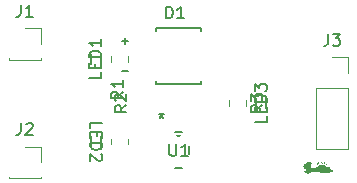
<source format=gbr>
%TF.GenerationSoftware,KiCad,Pcbnew,7.0.9*%
%TF.CreationDate,2024-02-15T17:16:55-06:00*%
%TF.ProjectId,ANDGATE,414e4447-4154-4452-9e6b-696361645f70,rev?*%
%TF.SameCoordinates,Original*%
%TF.FileFunction,Legend,Top*%
%TF.FilePolarity,Positive*%
%FSLAX46Y46*%
G04 Gerber Fmt 4.6, Leading zero omitted, Abs format (unit mm)*
G04 Created by KiCad (PCBNEW 7.0.9) date 2024-02-15 17:16:55*
%MOMM*%
%LPD*%
G01*
G04 APERTURE LIST*
%ADD10C,0.150000*%
%ADD11C,0.120000*%
%ADD12C,0.152400*%
%ADD13C,0.127000*%
G04 APERTURE END LIST*
D10*
X162104819Y-87666666D02*
X161628628Y-87999999D01*
X162104819Y-88238094D02*
X161104819Y-88238094D01*
X161104819Y-88238094D02*
X161104819Y-87857142D01*
X161104819Y-87857142D02*
X161152438Y-87761904D01*
X161152438Y-87761904D02*
X161200057Y-87714285D01*
X161200057Y-87714285D02*
X161295295Y-87666666D01*
X161295295Y-87666666D02*
X161438152Y-87666666D01*
X161438152Y-87666666D02*
X161533390Y-87714285D01*
X161533390Y-87714285D02*
X161581009Y-87761904D01*
X161581009Y-87761904D02*
X161628628Y-87857142D01*
X161628628Y-87857142D02*
X161628628Y-88238094D01*
X161104819Y-87333332D02*
X161104819Y-86714285D01*
X161104819Y-86714285D02*
X161485771Y-87047618D01*
X161485771Y-87047618D02*
X161485771Y-86904761D01*
X161485771Y-86904761D02*
X161533390Y-86809523D01*
X161533390Y-86809523D02*
X161581009Y-86761904D01*
X161581009Y-86761904D02*
X161676247Y-86714285D01*
X161676247Y-86714285D02*
X161914342Y-86714285D01*
X161914342Y-86714285D02*
X162009580Y-86761904D01*
X162009580Y-86761904D02*
X162057200Y-86809523D01*
X162057200Y-86809523D02*
X162104819Y-86904761D01*
X162104819Y-86904761D02*
X162104819Y-87190475D01*
X162104819Y-87190475D02*
X162057200Y-87285713D01*
X162057200Y-87285713D02*
X162009580Y-87333332D01*
X148454819Y-84869047D02*
X148454819Y-85345237D01*
X148454819Y-85345237D02*
X147454819Y-85345237D01*
X147931009Y-84535713D02*
X147931009Y-84202380D01*
X148454819Y-84059523D02*
X148454819Y-84535713D01*
X148454819Y-84535713D02*
X147454819Y-84535713D01*
X147454819Y-84535713D02*
X147454819Y-84059523D01*
X148454819Y-83630951D02*
X147454819Y-83630951D01*
X147454819Y-83630951D02*
X147454819Y-83392856D01*
X147454819Y-83392856D02*
X147502438Y-83249999D01*
X147502438Y-83249999D02*
X147597676Y-83154761D01*
X147597676Y-83154761D02*
X147692914Y-83107142D01*
X147692914Y-83107142D02*
X147883390Y-83059523D01*
X147883390Y-83059523D02*
X148026247Y-83059523D01*
X148026247Y-83059523D02*
X148216723Y-83107142D01*
X148216723Y-83107142D02*
X148311961Y-83154761D01*
X148311961Y-83154761D02*
X148407200Y-83249999D01*
X148407200Y-83249999D02*
X148454819Y-83392856D01*
X148454819Y-83392856D02*
X148454819Y-83630951D01*
X148454819Y-82107142D02*
X148454819Y-82678570D01*
X148454819Y-82392856D02*
X147454819Y-82392856D01*
X147454819Y-82392856D02*
X147597676Y-82488094D01*
X147597676Y-82488094D02*
X147692914Y-82583332D01*
X147692914Y-82583332D02*
X147740533Y-82678570D01*
X150314819Y-86526666D02*
X149838628Y-86859999D01*
X150314819Y-87098094D02*
X149314819Y-87098094D01*
X149314819Y-87098094D02*
X149314819Y-86717142D01*
X149314819Y-86717142D02*
X149362438Y-86621904D01*
X149362438Y-86621904D02*
X149410057Y-86574285D01*
X149410057Y-86574285D02*
X149505295Y-86526666D01*
X149505295Y-86526666D02*
X149648152Y-86526666D01*
X149648152Y-86526666D02*
X149743390Y-86574285D01*
X149743390Y-86574285D02*
X149791009Y-86621904D01*
X149791009Y-86621904D02*
X149838628Y-86717142D01*
X149838628Y-86717142D02*
X149838628Y-87098094D01*
X150314819Y-85574285D02*
X150314819Y-86145713D01*
X150314819Y-85859999D02*
X149314819Y-85859999D01*
X149314819Y-85859999D02*
X149457676Y-85955237D01*
X149457676Y-85955237D02*
X149552914Y-86050475D01*
X149552914Y-86050475D02*
X149600533Y-86145713D01*
X150594819Y-87686666D02*
X150118628Y-88019999D01*
X150594819Y-88258094D02*
X149594819Y-88258094D01*
X149594819Y-88258094D02*
X149594819Y-87877142D01*
X149594819Y-87877142D02*
X149642438Y-87781904D01*
X149642438Y-87781904D02*
X149690057Y-87734285D01*
X149690057Y-87734285D02*
X149785295Y-87686666D01*
X149785295Y-87686666D02*
X149928152Y-87686666D01*
X149928152Y-87686666D02*
X150023390Y-87734285D01*
X150023390Y-87734285D02*
X150071009Y-87781904D01*
X150071009Y-87781904D02*
X150118628Y-87877142D01*
X150118628Y-87877142D02*
X150118628Y-88258094D01*
X149690057Y-87305713D02*
X149642438Y-87258094D01*
X149642438Y-87258094D02*
X149594819Y-87162856D01*
X149594819Y-87162856D02*
X149594819Y-86924761D01*
X149594819Y-86924761D02*
X149642438Y-86829523D01*
X149642438Y-86829523D02*
X149690057Y-86781904D01*
X149690057Y-86781904D02*
X149785295Y-86734285D01*
X149785295Y-86734285D02*
X149880533Y-86734285D01*
X149880533Y-86734285D02*
X150023390Y-86781904D01*
X150023390Y-86781904D02*
X150594819Y-87353332D01*
X150594819Y-87353332D02*
X150594819Y-86734285D01*
X147545180Y-89630952D02*
X147545180Y-89154762D01*
X147545180Y-89154762D02*
X148545180Y-89154762D01*
X148068990Y-89964286D02*
X148068990Y-90297619D01*
X147545180Y-90440476D02*
X147545180Y-89964286D01*
X147545180Y-89964286D02*
X148545180Y-89964286D01*
X148545180Y-89964286D02*
X148545180Y-90440476D01*
X147545180Y-90869048D02*
X148545180Y-90869048D01*
X148545180Y-90869048D02*
X148545180Y-91107143D01*
X148545180Y-91107143D02*
X148497561Y-91250000D01*
X148497561Y-91250000D02*
X148402323Y-91345238D01*
X148402323Y-91345238D02*
X148307085Y-91392857D01*
X148307085Y-91392857D02*
X148116609Y-91440476D01*
X148116609Y-91440476D02*
X147973752Y-91440476D01*
X147973752Y-91440476D02*
X147783276Y-91392857D01*
X147783276Y-91392857D02*
X147688038Y-91345238D01*
X147688038Y-91345238D02*
X147592800Y-91250000D01*
X147592800Y-91250000D02*
X147545180Y-91107143D01*
X147545180Y-91107143D02*
X147545180Y-90869048D01*
X148449942Y-91821429D02*
X148497561Y-91869048D01*
X148497561Y-91869048D02*
X148545180Y-91964286D01*
X148545180Y-91964286D02*
X148545180Y-92202381D01*
X148545180Y-92202381D02*
X148497561Y-92297619D01*
X148497561Y-92297619D02*
X148449942Y-92345238D01*
X148449942Y-92345238D02*
X148354704Y-92392857D01*
X148354704Y-92392857D02*
X148259466Y-92392857D01*
X148259466Y-92392857D02*
X148116609Y-92345238D01*
X148116609Y-92345238D02*
X147545180Y-91773810D01*
X147545180Y-91773810D02*
X147545180Y-92392857D01*
X154238095Y-90954819D02*
X154238095Y-91764342D01*
X154238095Y-91764342D02*
X154285714Y-91859580D01*
X154285714Y-91859580D02*
X154333333Y-91907200D01*
X154333333Y-91907200D02*
X154428571Y-91954819D01*
X154428571Y-91954819D02*
X154619047Y-91954819D01*
X154619047Y-91954819D02*
X154714285Y-91907200D01*
X154714285Y-91907200D02*
X154761904Y-91859580D01*
X154761904Y-91859580D02*
X154809523Y-91764342D01*
X154809523Y-91764342D02*
X154809523Y-90954819D01*
X155809523Y-91954819D02*
X155238095Y-91954819D01*
X155523809Y-91954819D02*
X155523809Y-90954819D01*
X155523809Y-90954819D02*
X155428571Y-91097676D01*
X155428571Y-91097676D02*
X155333333Y-91192914D01*
X155333333Y-91192914D02*
X155238095Y-91240533D01*
X153552200Y-88303019D02*
X153552200Y-88541114D01*
X153314105Y-88445876D02*
X153552200Y-88541114D01*
X153552200Y-88541114D02*
X153790295Y-88445876D01*
X153409343Y-88731590D02*
X153552200Y-88541114D01*
X153552200Y-88541114D02*
X153695057Y-88731590D01*
X153552200Y-88303019D02*
X153552200Y-88541114D01*
X153314105Y-88445876D02*
X153552200Y-88541114D01*
X153552200Y-88541114D02*
X153790295Y-88445876D01*
X153409343Y-88731590D02*
X153552200Y-88541114D01*
X153552200Y-88541114D02*
X153695057Y-88731590D01*
X141666666Y-79184819D02*
X141666666Y-79899104D01*
X141666666Y-79899104D02*
X141619047Y-80041961D01*
X141619047Y-80041961D02*
X141523809Y-80137200D01*
X141523809Y-80137200D02*
X141380952Y-80184819D01*
X141380952Y-80184819D02*
X141285714Y-80184819D01*
X142666666Y-80184819D02*
X142095238Y-80184819D01*
X142380952Y-80184819D02*
X142380952Y-79184819D01*
X142380952Y-79184819D02*
X142285714Y-79327676D01*
X142285714Y-79327676D02*
X142190476Y-79422914D01*
X142190476Y-79422914D02*
X142095238Y-79470533D01*
X162454819Y-88619047D02*
X162454819Y-89095237D01*
X162454819Y-89095237D02*
X161454819Y-89095237D01*
X161931009Y-88285713D02*
X161931009Y-87952380D01*
X162454819Y-87809523D02*
X162454819Y-88285713D01*
X162454819Y-88285713D02*
X161454819Y-88285713D01*
X161454819Y-88285713D02*
X161454819Y-87809523D01*
X162454819Y-87380951D02*
X161454819Y-87380951D01*
X161454819Y-87380951D02*
X161454819Y-87142856D01*
X161454819Y-87142856D02*
X161502438Y-86999999D01*
X161502438Y-86999999D02*
X161597676Y-86904761D01*
X161597676Y-86904761D02*
X161692914Y-86857142D01*
X161692914Y-86857142D02*
X161883390Y-86809523D01*
X161883390Y-86809523D02*
X162026247Y-86809523D01*
X162026247Y-86809523D02*
X162216723Y-86857142D01*
X162216723Y-86857142D02*
X162311961Y-86904761D01*
X162311961Y-86904761D02*
X162407200Y-86999999D01*
X162407200Y-86999999D02*
X162454819Y-87142856D01*
X162454819Y-87142856D02*
X162454819Y-87380951D01*
X161454819Y-86476189D02*
X161454819Y-85857142D01*
X161454819Y-85857142D02*
X161835771Y-86190475D01*
X161835771Y-86190475D02*
X161835771Y-86047618D01*
X161835771Y-86047618D02*
X161883390Y-85952380D01*
X161883390Y-85952380D02*
X161931009Y-85904761D01*
X161931009Y-85904761D02*
X162026247Y-85857142D01*
X162026247Y-85857142D02*
X162264342Y-85857142D01*
X162264342Y-85857142D02*
X162359580Y-85904761D01*
X162359580Y-85904761D02*
X162407200Y-85952380D01*
X162407200Y-85952380D02*
X162454819Y-86047618D01*
X162454819Y-86047618D02*
X162454819Y-86333332D01*
X162454819Y-86333332D02*
X162407200Y-86428570D01*
X162407200Y-86428570D02*
X162359580Y-86476189D01*
X141666666Y-89184819D02*
X141666666Y-89899104D01*
X141666666Y-89899104D02*
X141619047Y-90041961D01*
X141619047Y-90041961D02*
X141523809Y-90137200D01*
X141523809Y-90137200D02*
X141380952Y-90184819D01*
X141380952Y-90184819D02*
X141285714Y-90184819D01*
X142095238Y-89280057D02*
X142142857Y-89232438D01*
X142142857Y-89232438D02*
X142238095Y-89184819D01*
X142238095Y-89184819D02*
X142476190Y-89184819D01*
X142476190Y-89184819D02*
X142571428Y-89232438D01*
X142571428Y-89232438D02*
X142619047Y-89280057D01*
X142619047Y-89280057D02*
X142666666Y-89375295D01*
X142666666Y-89375295D02*
X142666666Y-89470533D01*
X142666666Y-89470533D02*
X142619047Y-89613390D01*
X142619047Y-89613390D02*
X142047619Y-90184819D01*
X142047619Y-90184819D02*
X142666666Y-90184819D01*
X167666666Y-81644819D02*
X167666666Y-82359104D01*
X167666666Y-82359104D02*
X167619047Y-82501961D01*
X167619047Y-82501961D02*
X167523809Y-82597200D01*
X167523809Y-82597200D02*
X167380952Y-82644819D01*
X167380952Y-82644819D02*
X167285714Y-82644819D01*
X168047619Y-81644819D02*
X168666666Y-81644819D01*
X168666666Y-81644819D02*
X168333333Y-82025771D01*
X168333333Y-82025771D02*
X168476190Y-82025771D01*
X168476190Y-82025771D02*
X168571428Y-82073390D01*
X168571428Y-82073390D02*
X168619047Y-82121009D01*
X168619047Y-82121009D02*
X168666666Y-82216247D01*
X168666666Y-82216247D02*
X168666666Y-82454342D01*
X168666666Y-82454342D02*
X168619047Y-82549580D01*
X168619047Y-82549580D02*
X168571428Y-82597200D01*
X168571428Y-82597200D02*
X168476190Y-82644819D01*
X168476190Y-82644819D02*
X168190476Y-82644819D01*
X168190476Y-82644819D02*
X168095238Y-82597200D01*
X168095238Y-82597200D02*
X168047619Y-82549580D01*
X153936905Y-80319819D02*
X153936905Y-79319819D01*
X153936905Y-79319819D02*
X154175000Y-79319819D01*
X154175000Y-79319819D02*
X154317857Y-79367438D01*
X154317857Y-79367438D02*
X154413095Y-79462676D01*
X154413095Y-79462676D02*
X154460714Y-79557914D01*
X154460714Y-79557914D02*
X154508333Y-79748390D01*
X154508333Y-79748390D02*
X154508333Y-79891247D01*
X154508333Y-79891247D02*
X154460714Y-80081723D01*
X154460714Y-80081723D02*
X154413095Y-80176961D01*
X154413095Y-80176961D02*
X154317857Y-80272200D01*
X154317857Y-80272200D02*
X154175000Y-80319819D01*
X154175000Y-80319819D02*
X153936905Y-80319819D01*
X155460714Y-80319819D02*
X154889286Y-80319819D01*
X155175000Y-80319819D02*
X155175000Y-79319819D01*
X155175000Y-79319819D02*
X155079762Y-79462676D01*
X155079762Y-79462676D02*
X154984524Y-79557914D01*
X154984524Y-79557914D02*
X154889286Y-79605533D01*
D11*
%TO.C,R3*%
X160735000Y-87272936D02*
X160735000Y-87727064D01*
X159265000Y-87272936D02*
X159265000Y-87727064D01*
D12*
%TO.C,LED1*%
X148431800Y-84191750D02*
X148431800Y-83308250D01*
X147568200Y-83308250D02*
X147568200Y-84191750D01*
D11*
%TO.C,R1*%
X150735000Y-83522936D02*
X150735000Y-83977064D01*
X149265000Y-83522936D02*
X149265000Y-83977064D01*
%TO.C,R2*%
X150735000Y-90522936D02*
X150735000Y-90977064D01*
X149265000Y-90522936D02*
X149265000Y-90977064D01*
D12*
%TO.C,LED2*%
X147568200Y-90308250D02*
X147568200Y-91191750D01*
X148431800Y-91191750D02*
X148431800Y-90308250D01*
%TO.C,U1*%
X154697484Y-93024000D02*
X155302516Y-93024000D01*
X155302516Y-89976000D02*
X154697484Y-89976000D01*
X155876300Y-91837861D02*
X155876300Y-91162139D01*
X154875128Y-90254047D02*
G75*
G03*
X155124872Y-90254047I124872J278049D01*
G01*
D11*
%TO.C,J1*%
X140670000Y-83710000D02*
X140670000Y-83830000D01*
X140670000Y-83830000D02*
X143330000Y-83830000D01*
X142000000Y-81170000D02*
X143330000Y-81170000D01*
X143330000Y-81170000D02*
X143330000Y-82500000D01*
X143330000Y-83710000D02*
X143330000Y-83830000D01*
D12*
%TO.C,LED3*%
X162431800Y-87941750D02*
X162431800Y-87058250D01*
X161568200Y-87058250D02*
X161568200Y-87941750D01*
D11*
%TO.C,J2*%
X140670000Y-93710000D02*
X140670000Y-93830000D01*
X140670000Y-93830000D02*
X143330000Y-93830000D01*
X142000000Y-91170000D02*
X143330000Y-91170000D01*
X143330000Y-91170000D02*
X143330000Y-92500000D01*
X143330000Y-93710000D02*
X143330000Y-93830000D01*
%TO.C,J3*%
X166670000Y-86230000D02*
X166670000Y-91370000D01*
X166670000Y-86230000D02*
X169330000Y-86230000D01*
X166670000Y-91370000D02*
X169330000Y-91370000D01*
X168000000Y-83630000D02*
X169330000Y-83630000D01*
X169330000Y-83630000D02*
X169330000Y-84960000D01*
X169330000Y-86230000D02*
X169330000Y-91370000D01*
D13*
%TO.C,D1*%
X150250000Y-82250000D02*
X150750000Y-82250000D01*
X150250000Y-84750000D02*
X150750000Y-84750000D01*
X150500000Y-82000000D02*
X150500000Y-82500000D01*
X153075000Y-81137500D02*
X153075000Y-81405000D01*
X153075000Y-85595000D02*
X153075000Y-85862500D01*
X153075000Y-85862500D02*
X156925000Y-85862500D01*
X156925000Y-81137500D02*
X153075000Y-81137500D01*
X156925000Y-81405000D02*
X156925000Y-81137500D01*
X156925000Y-85862500D02*
X156925000Y-85595000D01*
%TO.C,G\u002A\u002A\u002A*%
G36*
X165797382Y-92581209D02*
G01*
X165796132Y-92582459D01*
X165794882Y-92581209D01*
X165796132Y-92579959D01*
X165797382Y-92581209D01*
G37*
G36*
X165802382Y-92578709D02*
G01*
X165801132Y-92579959D01*
X165799882Y-92578709D01*
X165801132Y-92577459D01*
X165802382Y-92578709D01*
G37*
G36*
X165924894Y-93041254D02*
G01*
X165923644Y-93042504D01*
X165922394Y-93041254D01*
X165923644Y-93040004D01*
X165924894Y-93041254D01*
G37*
G36*
X165927395Y-93253775D02*
G01*
X165926144Y-93255025D01*
X165924894Y-93253775D01*
X165926144Y-93252525D01*
X165927395Y-93253775D01*
G37*
G36*
X165937396Y-93076258D02*
G01*
X165936145Y-93077508D01*
X165934895Y-93076258D01*
X165936145Y-93075008D01*
X165937396Y-93076258D01*
G37*
G36*
X165989901Y-92786229D02*
G01*
X165988651Y-92787479D01*
X165987400Y-92786229D01*
X165988651Y-92784979D01*
X165989901Y-92786229D01*
G37*
G36*
X166014903Y-92878738D02*
G01*
X166013653Y-92879988D01*
X166012403Y-92878738D01*
X166013653Y-92877488D01*
X166014903Y-92878738D01*
G37*
G36*
X166042406Y-92751226D02*
G01*
X166041156Y-92752476D01*
X166039906Y-92751226D01*
X166041156Y-92749976D01*
X166042406Y-92751226D01*
G37*
G36*
X166042406Y-93201270D02*
G01*
X166041156Y-93202520D01*
X166039906Y-93201270D01*
X166041156Y-93200020D01*
X166042406Y-93201270D01*
G37*
G36*
X166049907Y-92746225D02*
G01*
X166048657Y-92747475D01*
X166047406Y-92746225D01*
X166048657Y-92744975D01*
X166049907Y-92746225D01*
G37*
G36*
X166059908Y-92596210D02*
G01*
X166058658Y-92597461D01*
X166057407Y-92596210D01*
X166058658Y-92594960D01*
X166059908Y-92596210D01*
G37*
G36*
X166069909Y-92661217D02*
G01*
X166068658Y-92662467D01*
X166067408Y-92661217D01*
X166068658Y-92659967D01*
X166069909Y-92661217D01*
G37*
G36*
X166092411Y-93146265D02*
G01*
X166091161Y-93147515D01*
X166089911Y-93146265D01*
X166091161Y-93145014D01*
X166092411Y-93146265D01*
G37*
G36*
X166137415Y-92543705D02*
G01*
X166136165Y-92544955D01*
X166134915Y-92543705D01*
X166136165Y-92542455D01*
X166137415Y-92543705D01*
G37*
G36*
X166147416Y-92538705D02*
G01*
X166146166Y-92539955D01*
X166144916Y-92538705D01*
X166146166Y-92537455D01*
X166147416Y-92538705D01*
G37*
G36*
X166192421Y-92881238D02*
G01*
X166191171Y-92882489D01*
X166189920Y-92881238D01*
X166191171Y-92879988D01*
X166192421Y-92881238D01*
G37*
G36*
X166192421Y-93056256D02*
G01*
X166191171Y-93057506D01*
X166189920Y-93056256D01*
X166191171Y-93055006D01*
X166192421Y-93056256D01*
G37*
G36*
X166574958Y-93321282D02*
G01*
X166573708Y-93322532D01*
X166572458Y-93321282D01*
X166573708Y-93320032D01*
X166574958Y-93321282D01*
G37*
G36*
X165909048Y-93271902D02*
G01*
X165909379Y-93277021D01*
X165909048Y-93278153D01*
X165908136Y-93278467D01*
X165907787Y-93275027D01*
X165908180Y-93271478D01*
X165909048Y-93271902D01*
G37*
G36*
X166041572Y-92933327D02*
G01*
X166041872Y-92936294D01*
X166041572Y-92936661D01*
X166040086Y-92936317D01*
X166039906Y-92934994D01*
X166040820Y-92932936D01*
X166041572Y-92933327D01*
G37*
G36*
X166084077Y-92673301D02*
G01*
X166084376Y-92676269D01*
X166084077Y-92676635D01*
X166082590Y-92676292D01*
X166082410Y-92674968D01*
X166083325Y-92672910D01*
X166084077Y-92673301D01*
G37*
G36*
X166581626Y-93323365D02*
G01*
X166581282Y-93324852D01*
X166579959Y-93325032D01*
X166577901Y-93324117D01*
X166578292Y-93323365D01*
X166581259Y-93323066D01*
X166581626Y-93323365D01*
G37*
G36*
X165750686Y-93203522D02*
G01*
X165750788Y-93207449D01*
X165748663Y-93209136D01*
X165746017Y-93207344D01*
X165745924Y-93203351D01*
X165746763Y-93202134D01*
X165749465Y-93201576D01*
X165750686Y-93203522D01*
G37*
G36*
X165866009Y-93219068D02*
G01*
X165869528Y-93221085D01*
X165868938Y-93222390D01*
X165867536Y-93222522D01*
X165864146Y-93220706D01*
X165863656Y-93220050D01*
X165864058Y-93218630D01*
X165866009Y-93219068D01*
G37*
G36*
X166016219Y-92982981D02*
G01*
X166015469Y-92984841D01*
X166013136Y-92986088D01*
X166010215Y-92986849D01*
X166011413Y-92985018D01*
X166011736Y-92984688D01*
X166015014Y-92982714D01*
X166016219Y-92982981D01*
G37*
G36*
X165977207Y-92821347D02*
G01*
X165977400Y-92822188D01*
X165975575Y-92825722D01*
X165974899Y-92826233D01*
X165972592Y-92826119D01*
X165972399Y-92825278D01*
X165974224Y-92821743D01*
X165974899Y-92821233D01*
X165977207Y-92821347D01*
G37*
G36*
X166049122Y-93196634D02*
G01*
X166048657Y-93197520D01*
X166046301Y-93199907D01*
X166045861Y-93200020D01*
X166045691Y-93198405D01*
X166046156Y-93197520D01*
X166048512Y-93195132D01*
X166048952Y-93195019D01*
X166049122Y-93196634D01*
G37*
G36*
X166069078Y-93198960D02*
G01*
X166071161Y-93203731D01*
X166070575Y-93204572D01*
X166066871Y-93202036D01*
X166066683Y-93201895D01*
X166064050Y-93198162D01*
X166064360Y-93195835D01*
X166066583Y-93195224D01*
X166069078Y-93198960D01*
G37*
G36*
X165940988Y-93064810D02*
G01*
X165945033Y-93070200D01*
X165948140Y-93075819D01*
X165948601Y-93079654D01*
X165948329Y-93080060D01*
X165946129Y-93079390D01*
X165943171Y-93074971D01*
X165941957Y-93072367D01*
X165939247Y-93065469D01*
X165938902Y-93062966D01*
X165940988Y-93064810D01*
G37*
G36*
X166078309Y-93209629D02*
G01*
X166082310Y-93211487D01*
X166083846Y-93212823D01*
X166084679Y-93214505D01*
X166083288Y-93214467D01*
X166078507Y-93212633D01*
X166078034Y-93212443D01*
X166073730Y-93210320D01*
X166072409Y-93209085D01*
X166074259Y-93208583D01*
X166078309Y-93209629D01*
G37*
G36*
X166131646Y-92546107D02*
G01*
X166129118Y-92548615D01*
X166124953Y-92551568D01*
X166120521Y-92553983D01*
X166117413Y-92554884D01*
X166116748Y-92553774D01*
X166119719Y-92550964D01*
X166121164Y-92549956D01*
X166126816Y-92546648D01*
X166130837Y-92545054D01*
X166131165Y-92545027D01*
X166131646Y-92546107D01*
G37*
G36*
X166007697Y-92991477D02*
G01*
X166005801Y-92995443D01*
X166000918Y-93001199D01*
X165996776Y-93005183D01*
X165988301Y-93011725D01*
X165980995Y-93014612D01*
X165977937Y-93014899D01*
X165970038Y-93016242D01*
X165963560Y-93019040D01*
X165959269Y-93021147D01*
X165957400Y-93020668D01*
X165957398Y-93020596D01*
X165959710Y-93016438D01*
X165966757Y-93012422D01*
X165973134Y-93010097D01*
X165980739Y-93006723D01*
X165989488Y-93001554D01*
X165993783Y-92998520D01*
X166000085Y-92993863D01*
X166004658Y-92990768D01*
X166006174Y-92989999D01*
X166007697Y-92991477D01*
G37*
G36*
X167522530Y-92681479D02*
G01*
X167525029Y-92683691D01*
X167528451Y-92686227D01*
X167530110Y-92686184D01*
X167533896Y-92685915D01*
X167536263Y-92686550D01*
X167539200Y-92689730D01*
X167538825Y-92694922D01*
X167535845Y-92701164D01*
X167530968Y-92707491D01*
X167524902Y-92712942D01*
X167518352Y-92716552D01*
X167513557Y-92717472D01*
X167507117Y-92716466D01*
X167502853Y-92714088D01*
X167501072Y-92708720D01*
X167501281Y-92700928D01*
X167503117Y-92692696D01*
X167506214Y-92686011D01*
X167508461Y-92683613D01*
X167516098Y-92680260D01*
X167522530Y-92681479D01*
G37*
G36*
X167293466Y-92621114D02*
G01*
X167296712Y-92624353D01*
X167297529Y-92629798D01*
X167295843Y-92636449D01*
X167291588Y-92643742D01*
X167285966Y-92650180D01*
X167280182Y-92654265D01*
X167277304Y-92654966D01*
X167272992Y-92652906D01*
X167267802Y-92647492D01*
X167265836Y-92644749D01*
X167261680Y-92637001D01*
X167261391Y-92631361D01*
X167261528Y-92631214D01*
X167287528Y-92631214D01*
X167288779Y-92632464D01*
X167290029Y-92631214D01*
X167288779Y-92629964D01*
X167287528Y-92631214D01*
X167261528Y-92631214D01*
X167265315Y-92627149D01*
X167273796Y-92623687D01*
X167277014Y-92622765D01*
X167287121Y-92620660D01*
X167293466Y-92621114D01*
G37*
G36*
X166977643Y-92642188D02*
G01*
X166980932Y-92647739D01*
X166982051Y-92657656D01*
X166978517Y-92666451D01*
X166971805Y-92672536D01*
X166962307Y-92676729D01*
X166954571Y-92676855D01*
X166950495Y-92674468D01*
X166947753Y-92668775D01*
X166949046Y-92663300D01*
X166958329Y-92663300D01*
X166958673Y-92664787D01*
X166959996Y-92664967D01*
X166962054Y-92664052D01*
X166961663Y-92663300D01*
X166958696Y-92663001D01*
X166958329Y-92663300D01*
X166949046Y-92663300D01*
X166949474Y-92661487D01*
X166954819Y-92653716D01*
X166967497Y-92653716D01*
X166968747Y-92654966D01*
X166969997Y-92653716D01*
X166968747Y-92652466D01*
X166967497Y-92653716D01*
X166954819Y-92653716D01*
X166955712Y-92652417D01*
X166957481Y-92650401D01*
X166962104Y-92646215D01*
X166969997Y-92646215D01*
X166971247Y-92647465D01*
X166972497Y-92646215D01*
X166971247Y-92644965D01*
X166969997Y-92646215D01*
X166962104Y-92646215D01*
X166965587Y-92643061D01*
X166972366Y-92640317D01*
X166977643Y-92642188D01*
G37*
G36*
X167415351Y-92449715D02*
G01*
X167428662Y-92449963D01*
X167440262Y-92450456D01*
X167449033Y-92451197D01*
X167452918Y-92451872D01*
X167460520Y-92454998D01*
X167468900Y-92459996D01*
X167471862Y-92462198D01*
X167477822Y-92467842D01*
X167482257Y-92474537D01*
X167486176Y-92483942D01*
X167487554Y-92488001D01*
X167490496Y-92497556D01*
X167491970Y-92504862D01*
X167492143Y-92512035D01*
X167491182Y-92521188D01*
X167490536Y-92525749D01*
X167488839Y-92536072D01*
X167486871Y-92543183D01*
X167483845Y-92548843D01*
X167478972Y-92554812D01*
X167476165Y-92557856D01*
X167470490Y-92564491D01*
X167466720Y-92570009D01*
X167465676Y-92573168D01*
X167468480Y-92576412D01*
X167473116Y-92579355D01*
X167478712Y-92583173D01*
X167485206Y-92589080D01*
X167487609Y-92591661D01*
X167491933Y-92596894D01*
X167494177Y-92601234D01*
X167494796Y-92606488D01*
X167494249Y-92614468D01*
X167493997Y-92616965D01*
X167492589Y-92626565D01*
X167490618Y-92635043D01*
X167488919Y-92639662D01*
X167480216Y-92651100D01*
X167466694Y-92661365D01*
X167448406Y-92670419D01*
X167446614Y-92671139D01*
X167436969Y-92673517D01*
X167423904Y-92674777D01*
X167408865Y-92674950D01*
X167393297Y-92674067D01*
X167378646Y-92672160D01*
X167366911Y-92669431D01*
X167350035Y-92664222D01*
X167350035Y-92653506D01*
X167350607Y-92645089D01*
X167351575Y-92640061D01*
X167384420Y-92640061D01*
X167385309Y-92642389D01*
X167387248Y-92643306D01*
X167395786Y-92644458D01*
X167407164Y-92644531D01*
X167419357Y-92643614D01*
X167430344Y-92641796D01*
X167432228Y-92641330D01*
X167444266Y-92637141D01*
X167452028Y-92631730D01*
X167456219Y-92624321D01*
X167457542Y-92614138D01*
X167457545Y-92613447D01*
X167457201Y-92605310D01*
X167455707Y-92600349D01*
X167452372Y-92596760D01*
X167450670Y-92595513D01*
X167443199Y-92591226D01*
X167435295Y-92587842D01*
X167427576Y-92586117D01*
X167418029Y-92585204D01*
X167408215Y-92585096D01*
X167399694Y-92585791D01*
X167394027Y-92587283D01*
X167393039Y-92587960D01*
X167391096Y-92592247D01*
X167390020Y-92599144D01*
X167389951Y-92601086D01*
X167389352Y-92609215D01*
X167387900Y-92619510D01*
X167386535Y-92626720D01*
X167384846Y-92635229D01*
X167384420Y-92640061D01*
X167351575Y-92640061D01*
X167352027Y-92637717D01*
X167352449Y-92636440D01*
X167354896Y-92626890D01*
X167356794Y-92612821D01*
X167358120Y-92594687D01*
X167358195Y-92592460D01*
X167370037Y-92592460D01*
X167370951Y-92594518D01*
X167371703Y-92594127D01*
X167372003Y-92591160D01*
X167371703Y-92590793D01*
X167370217Y-92591136D01*
X167370037Y-92592460D01*
X167358195Y-92592460D01*
X167358853Y-92572942D01*
X167358972Y-92548040D01*
X167358665Y-92531716D01*
X167385056Y-92531716D01*
X167385349Y-92538409D01*
X167386986Y-92541702D01*
X167391057Y-92543185D01*
X167393164Y-92543557D01*
X167408272Y-92545599D01*
X167422808Y-92546792D01*
X167435709Y-92547114D01*
X167445912Y-92546539D01*
X167452355Y-92545045D01*
X167452683Y-92544881D01*
X167457337Y-92540789D01*
X167460951Y-92535505D01*
X167462698Y-92531066D01*
X167462995Y-92526291D01*
X167461778Y-92519539D01*
X167460065Y-92513023D01*
X167456207Y-92501372D01*
X167451673Y-92493490D01*
X167445441Y-92488158D01*
X167436489Y-92484157D01*
X167435595Y-92483848D01*
X167420768Y-92480398D01*
X167407371Y-92480984D01*
X167397939Y-92483831D01*
X167392772Y-92486094D01*
X167389743Y-92488604D01*
X167388103Y-92492731D01*
X167387103Y-92499843D01*
X167386655Y-92504458D01*
X167385806Y-92515070D01*
X167385224Y-92525411D01*
X167385056Y-92531716D01*
X167358665Y-92531716D01*
X167358453Y-92520435D01*
X167358293Y-92515276D01*
X167357953Y-92504951D01*
X167365717Y-92504951D01*
X167365912Y-92510359D01*
X167366411Y-92511844D01*
X167366801Y-92510577D01*
X167367214Y-92503291D01*
X167366801Y-92499326D01*
X167366182Y-92498141D01*
X167365790Y-92501282D01*
X167365717Y-92504951D01*
X167357953Y-92504951D01*
X167356504Y-92460989D01*
X167365233Y-92460989D01*
X167365693Y-92464232D01*
X167366547Y-92464270D01*
X167367143Y-92460924D01*
X167366744Y-92459478D01*
X167365634Y-92458531D01*
X167365233Y-92460989D01*
X167356504Y-92460989D01*
X167356285Y-92454343D01*
X167362248Y-92452078D01*
X167367349Y-92451134D01*
X167376328Y-92450423D01*
X167388066Y-92449948D01*
X167401447Y-92449711D01*
X167415351Y-92449715D01*
G37*
G36*
X167116268Y-92450356D02*
G01*
X167129341Y-92451275D01*
X167139560Y-92452711D01*
X167142883Y-92453527D01*
X167157965Y-92459007D01*
X167168825Y-92465351D01*
X167176241Y-92473306D01*
X167180991Y-92483619D01*
X167183046Y-92492101D01*
X167184465Y-92500803D01*
X167184550Y-92507037D01*
X167182994Y-92513011D01*
X167179492Y-92520935D01*
X167178878Y-92522221D01*
X167171846Y-92536936D01*
X167183494Y-92549071D01*
X167192329Y-92560043D01*
X167197817Y-92571601D01*
X167200240Y-92584852D01*
X167199881Y-92600901D01*
X167198886Y-92609343D01*
X167197134Y-92617941D01*
X167193982Y-92624094D01*
X167188133Y-92630144D01*
X167186658Y-92631434D01*
X167178726Y-92637920D01*
X167171358Y-92642882D01*
X167163521Y-92646706D01*
X167154183Y-92649777D01*
X167142311Y-92652481D01*
X167126874Y-92655204D01*
X167120230Y-92656266D01*
X167105110Y-92658403D01*
X167093516Y-92659401D01*
X167084120Y-92659317D01*
X167075592Y-92658208D01*
X167075395Y-92658171D01*
X167071135Y-92656317D01*
X167070808Y-92652250D01*
X167070960Y-92651636D01*
X167071298Y-92647299D01*
X167071268Y-92639011D01*
X167070896Y-92627806D01*
X167070212Y-92614718D01*
X167069824Y-92608712D01*
X167066945Y-92580566D01*
X167101914Y-92580566D01*
X167103462Y-92591862D01*
X167104357Y-92601099D01*
X167104916Y-92612090D01*
X167105010Y-92617811D01*
X167105010Y-92632464D01*
X167115637Y-92632463D01*
X167124313Y-92631519D01*
X167134457Y-92629118D01*
X167139416Y-92627462D01*
X167147882Y-92624642D01*
X167155331Y-92622829D01*
X167158525Y-92622463D01*
X167162452Y-92621867D01*
X167165056Y-92619537D01*
X167166596Y-92614656D01*
X167167330Y-92606409D01*
X167167517Y-92594062D01*
X167167153Y-92581185D01*
X167166337Y-92576208D01*
X167175017Y-92576208D01*
X167176268Y-92577459D01*
X167177518Y-92576208D01*
X167176268Y-92574958D01*
X167175017Y-92576208D01*
X167166337Y-92576208D01*
X167165729Y-92572501D01*
X167162745Y-92567236D01*
X167157699Y-92564613D01*
X167150091Y-92563858D01*
X167148029Y-92563865D01*
X167136735Y-92565340D01*
X167124173Y-92569746D01*
X167118690Y-92572307D01*
X167101914Y-92580566D01*
X167066945Y-92580566D01*
X167066681Y-92577988D01*
X167061576Y-92546770D01*
X167060320Y-92541205D01*
X167090009Y-92541205D01*
X167091259Y-92542455D01*
X167092509Y-92541205D01*
X167091259Y-92539955D01*
X167090009Y-92541205D01*
X167060320Y-92541205D01*
X167059192Y-92536205D01*
X167160016Y-92536205D01*
X167161266Y-92537455D01*
X167162516Y-92536205D01*
X167161266Y-92534954D01*
X167160016Y-92536205D01*
X167059192Y-92536205D01*
X167054882Y-92517104D01*
X167049947Y-92499908D01*
X167047188Y-92488909D01*
X167047153Y-92488700D01*
X167057506Y-92488700D01*
X167058756Y-92489950D01*
X167060006Y-92488700D01*
X167058756Y-92487450D01*
X167057506Y-92488700D01*
X167047153Y-92488700D01*
X167045170Y-92476766D01*
X167044953Y-92474510D01*
X167076780Y-92474510D01*
X167076816Y-92475034D01*
X167078414Y-92482637D01*
X167081007Y-92492005D01*
X167084189Y-92501978D01*
X167087551Y-92511395D01*
X167090687Y-92519093D01*
X167093190Y-92523913D01*
X167094316Y-92524953D01*
X167098341Y-92524165D01*
X167105354Y-92522124D01*
X167111862Y-92519953D01*
X167120510Y-92517229D01*
X167127995Y-92515412D01*
X167131610Y-92514952D01*
X167138024Y-92512972D01*
X167145316Y-92507893D01*
X167151972Y-92501006D01*
X167156369Y-92493859D01*
X167157186Y-92489950D01*
X167170017Y-92489950D01*
X167170932Y-92492008D01*
X167171684Y-92491617D01*
X167171983Y-92488650D01*
X167171684Y-92488283D01*
X167170197Y-92488626D01*
X167170017Y-92489950D01*
X167157186Y-92489950D01*
X167158086Y-92485642D01*
X167156064Y-92481199D01*
X167167517Y-92481199D01*
X167168767Y-92482449D01*
X167170017Y-92481199D01*
X167168767Y-92479949D01*
X167167517Y-92481199D01*
X167156064Y-92481199D01*
X167155410Y-92479761D01*
X167148728Y-92476413D01*
X167144463Y-92474564D01*
X167143621Y-92472679D01*
X167142585Y-92470679D01*
X167137172Y-92469123D01*
X167127993Y-92468104D01*
X167115660Y-92467711D01*
X167110324Y-92467744D01*
X167095245Y-92468338D01*
X167084829Y-92469620D01*
X167078774Y-92471655D01*
X167076780Y-92474510D01*
X167044953Y-92474510D01*
X167044670Y-92471569D01*
X167043754Y-92457024D01*
X167053755Y-92453522D01*
X167061529Y-92451854D01*
X167072972Y-92450704D01*
X167086779Y-92450070D01*
X167101646Y-92449955D01*
X167116268Y-92450356D01*
G37*
G36*
X166807630Y-92495030D02*
G01*
X166817588Y-92498130D01*
X166829641Y-92498641D01*
X166841564Y-92496499D01*
X166842881Y-92496061D01*
X166850808Y-92493929D01*
X166855348Y-92494467D01*
X166856042Y-92495006D01*
X166857118Y-92498074D01*
X166855405Y-92499692D01*
X166853544Y-92501927D01*
X166854044Y-92505927D01*
X166855748Y-92510420D01*
X166857855Y-92516438D01*
X166860703Y-92525890D01*
X166863876Y-92537344D01*
X166866223Y-92546412D01*
X166869309Y-92558001D01*
X166872363Y-92568237D01*
X166874992Y-92575863D01*
X166876527Y-92579246D01*
X166879034Y-92585773D01*
X166880027Y-92592997D01*
X166880988Y-92601272D01*
X166883990Y-92605434D01*
X166887426Y-92606211D01*
X166889181Y-92607127D01*
X166890335Y-92610412D01*
X166891018Y-92616873D01*
X166891361Y-92627320D01*
X166891410Y-92630698D01*
X166891854Y-92642917D01*
X166892795Y-92652092D01*
X166894133Y-92657374D01*
X166894599Y-92658075D01*
X166896930Y-92662765D01*
X166897490Y-92666717D01*
X166898889Y-92671368D01*
X166901240Y-92672468D01*
X166904587Y-92673865D01*
X166903796Y-92678047D01*
X166898869Y-92684997D01*
X166897490Y-92686601D01*
X166892936Y-92692515D01*
X166890274Y-92697378D01*
X166889989Y-92698660D01*
X166888228Y-92703073D01*
X166883711Y-92703862D01*
X166880715Y-92702707D01*
X166874813Y-92700321D01*
X166869362Y-92698824D01*
X166864927Y-92696701D01*
X166862518Y-92693533D01*
X166862809Y-92690814D01*
X166865374Y-92689970D01*
X166866400Y-92688558D01*
X166864394Y-92685594D01*
X166862544Y-92681885D01*
X166860572Y-92674639D01*
X166858423Y-92663555D01*
X166856044Y-92648329D01*
X166853382Y-92628657D01*
X166851505Y-92613504D01*
X166885186Y-92613504D01*
X166885646Y-92616747D01*
X166886499Y-92616785D01*
X166887096Y-92613439D01*
X166886697Y-92611993D01*
X166885587Y-92611046D01*
X166885186Y-92613504D01*
X166851505Y-92613504D01*
X166851066Y-92609962D01*
X166849974Y-92602051D01*
X166848917Y-92596284D01*
X166848358Y-92594426D01*
X166846005Y-92595072D01*
X166840218Y-92598033D01*
X166831748Y-92602888D01*
X166821346Y-92609214D01*
X166815515Y-92612886D01*
X166803691Y-92620307D01*
X166792728Y-92626985D01*
X166783609Y-92632339D01*
X166777313Y-92635784D01*
X166775815Y-92636493D01*
X166767901Y-92639855D01*
X166771458Y-92653036D01*
X166774203Y-92665758D01*
X166776011Y-92679526D01*
X166776937Y-92693651D01*
X166777035Y-92707447D01*
X166776359Y-92720225D01*
X166774961Y-92731298D01*
X166772897Y-92739977D01*
X166770221Y-92745575D01*
X166766985Y-92747404D01*
X166764189Y-92745854D01*
X166763478Y-92742444D01*
X166764043Y-92738353D01*
X166764831Y-92734048D01*
X166763598Y-92732815D01*
X166759413Y-92734409D01*
X166755887Y-92736209D01*
X166748450Y-92738945D01*
X166741850Y-92739959D01*
X166737325Y-92739458D01*
X166735369Y-92736953D01*
X166734899Y-92730988D01*
X166734895Y-92730599D01*
X166734778Y-92729030D01*
X166747475Y-92729030D01*
X166748692Y-92729778D01*
X166752015Y-92726566D01*
X166752795Y-92725598D01*
X166754957Y-92722637D01*
X166753662Y-92723257D01*
X166751851Y-92724654D01*
X166748388Y-92727738D01*
X166747475Y-92729030D01*
X166734778Y-92729030D01*
X166734288Y-92722426D01*
X166734080Y-92720868D01*
X166764194Y-92720868D01*
X166765324Y-92722473D01*
X166766943Y-92720331D01*
X166767477Y-92716222D01*
X166767148Y-92711518D01*
X166766519Y-92709972D01*
X166765394Y-92712095D01*
X166764365Y-92716222D01*
X166764194Y-92720868D01*
X166734080Y-92720868D01*
X166732750Y-92710917D01*
X166732183Y-92707471D01*
X166742475Y-92707471D01*
X166744377Y-92709899D01*
X166744975Y-92709972D01*
X166747403Y-92708069D01*
X166747475Y-92707471D01*
X166745573Y-92705044D01*
X166744975Y-92704971D01*
X166742547Y-92706874D01*
X166742475Y-92707471D01*
X166732183Y-92707471D01*
X166730557Y-92697588D01*
X166727987Y-92683957D01*
X166725316Y-92671539D01*
X166723891Y-92666009D01*
X166762674Y-92666009D01*
X166763134Y-92669252D01*
X166763987Y-92669291D01*
X166764584Y-92665944D01*
X166764185Y-92664498D01*
X166763075Y-92663551D01*
X166762674Y-92666009D01*
X166723891Y-92666009D01*
X166722820Y-92661852D01*
X166721789Y-92658684D01*
X166718960Y-92649392D01*
X166716671Y-92639267D01*
X166716359Y-92637431D01*
X166714781Y-92630847D01*
X166711734Y-92620843D01*
X166707648Y-92608627D01*
X166702958Y-92595404D01*
X166698094Y-92582379D01*
X166695649Y-92576208D01*
X166709972Y-92576208D01*
X166711222Y-92577459D01*
X166712472Y-92576208D01*
X166711222Y-92574958D01*
X166709972Y-92576208D01*
X166695649Y-92576208D01*
X166693490Y-92570759D01*
X166693142Y-92569958D01*
X166707471Y-92569958D01*
X166708386Y-92572016D01*
X166709138Y-92571625D01*
X166709437Y-92568657D01*
X166709138Y-92568291D01*
X166707652Y-92568634D01*
X166707471Y-92569958D01*
X166693142Y-92569958D01*
X166689576Y-92561750D01*
X166688312Y-92559169D01*
X166685748Y-92548930D01*
X166685952Y-92546205D01*
X166697470Y-92546205D01*
X166698720Y-92547456D01*
X166699971Y-92546205D01*
X166698720Y-92544955D01*
X166697470Y-92546205D01*
X166685952Y-92546205D01*
X166686242Y-92542318D01*
X166686814Y-92539955D01*
X166694970Y-92539955D01*
X166695823Y-92542390D01*
X166696073Y-92542455D01*
X166698207Y-92540703D01*
X166698720Y-92539955D01*
X166698522Y-92537651D01*
X166697618Y-92537455D01*
X166695072Y-92539270D01*
X166694970Y-92539955D01*
X166686814Y-92539955D01*
X166687610Y-92536671D01*
X166689587Y-92533704D01*
X166709972Y-92533704D01*
X166711222Y-92534954D01*
X166712472Y-92533704D01*
X166711222Y-92532454D01*
X166709972Y-92533704D01*
X166689587Y-92533704D01*
X166690185Y-92532807D01*
X166695207Y-92529444D01*
X166701728Y-92526293D01*
X166709988Y-92522543D01*
X166714695Y-92520645D01*
X166716848Y-92520378D01*
X166717445Y-92521527D01*
X166717472Y-92522859D01*
X166718732Y-92526471D01*
X166721966Y-92532617D01*
X166724757Y-92537236D01*
X166728438Y-92544125D01*
X166733062Y-92554383D01*
X166738034Y-92566619D01*
X166742724Y-92579330D01*
X166747112Y-92591797D01*
X166750268Y-92600195D01*
X166752583Y-92605188D01*
X166754447Y-92607437D01*
X166756249Y-92607604D01*
X166758379Y-92606353D01*
X166758566Y-92606218D01*
X166758577Y-92606211D01*
X166772478Y-92606211D01*
X166773728Y-92607462D01*
X166774978Y-92606211D01*
X166773728Y-92604961D01*
X166772478Y-92606211D01*
X166758577Y-92606211D01*
X166760907Y-92604782D01*
X166778656Y-92604782D01*
X166778728Y-92604784D01*
X166782569Y-92603636D01*
X166787479Y-92601211D01*
X166791121Y-92598723D01*
X166791302Y-92597639D01*
X166791230Y-92597638D01*
X166787389Y-92598786D01*
X166782479Y-92601211D01*
X166778837Y-92603699D01*
X166778656Y-92604782D01*
X166760907Y-92604782D01*
X166763536Y-92603169D01*
X166771494Y-92598896D01*
X166781511Y-92593837D01*
X166792656Y-92588428D01*
X166792944Y-92588293D01*
X166843318Y-92588293D01*
X166843661Y-92589779D01*
X166844985Y-92589960D01*
X166847043Y-92589045D01*
X166846652Y-92588293D01*
X166843685Y-92587994D01*
X166843318Y-92588293D01*
X166792944Y-92588293D01*
X166804000Y-92583104D01*
X166814614Y-92578303D01*
X166823568Y-92574459D01*
X166829932Y-92572009D01*
X166832778Y-92571390D01*
X166832783Y-92571393D01*
X166836711Y-92571608D01*
X166837331Y-92571303D01*
X166837104Y-92568723D01*
X166834548Y-92563006D01*
X166830145Y-92555151D01*
X166827271Y-92550528D01*
X166817362Y-92534417D01*
X166809692Y-92520537D01*
X166805312Y-92511202D01*
X166834984Y-92511202D01*
X166836234Y-92512452D01*
X166837484Y-92511202D01*
X166836234Y-92509952D01*
X166834984Y-92511202D01*
X166805312Y-92511202D01*
X166804376Y-92509208D01*
X166801525Y-92500747D01*
X166801253Y-92495472D01*
X166803671Y-92493702D01*
X166807630Y-92495030D01*
G37*
G36*
X166326135Y-93097430D02*
G01*
X166326054Y-93101130D01*
X166324025Y-93105565D01*
X166321622Y-93111312D01*
X166319484Y-93119684D01*
X166318633Y-93124779D01*
X166316917Y-93134733D01*
X166314320Y-93146465D01*
X166312144Y-93154774D01*
X166309695Y-93164452D01*
X166307991Y-93173313D01*
X166307432Y-93178846D01*
X166306430Y-93186083D01*
X166303784Y-93196137D01*
X166300036Y-93207330D01*
X166295730Y-93217981D01*
X166292968Y-93223667D01*
X166290379Y-93229791D01*
X166289555Y-93234417D01*
X166289591Y-93234655D01*
X166289168Y-93239051D01*
X166287266Y-93245628D01*
X166286694Y-93247156D01*
X166284618Y-93253672D01*
X166283971Y-93258345D01*
X166284085Y-93258958D01*
X166283542Y-93262701D01*
X166280981Y-93269746D01*
X166276903Y-93279071D01*
X166271808Y-93289656D01*
X166266196Y-93300481D01*
X166260566Y-93310526D01*
X166255418Y-93318771D01*
X166253370Y-93321651D01*
X166247505Y-93328370D01*
X166238855Y-93336978D01*
X166228618Y-93346334D01*
X166218660Y-93354755D01*
X166207448Y-93363949D01*
X166196046Y-93373494D01*
X166185881Y-93382185D01*
X166179127Y-93388139D01*
X166170726Y-93395264D01*
X166162340Y-93401606D01*
X166155702Y-93405860D01*
X166155374Y-93406032D01*
X166147181Y-93410692D01*
X166139394Y-93415777D01*
X166138665Y-93416306D01*
X166130612Y-93421217D01*
X166118850Y-93427066D01*
X166104472Y-93433432D01*
X166088569Y-93439898D01*
X166072235Y-93446043D01*
X166056561Y-93451450D01*
X166042639Y-93455699D01*
X166031562Y-93458371D01*
X166027404Y-93458987D01*
X166018730Y-93459957D01*
X166007826Y-93461363D01*
X165999423Y-93462554D01*
X165991083Y-93463382D01*
X165979270Y-93464017D01*
X165965247Y-93464446D01*
X165950274Y-93464660D01*
X165935613Y-93464646D01*
X165922525Y-93464394D01*
X165912271Y-93463892D01*
X165907393Y-93463377D01*
X165873702Y-93456823D01*
X165844577Y-93448523D01*
X165819878Y-93438435D01*
X165807383Y-93431659D01*
X165797542Y-93425966D01*
X165786029Y-93419648D01*
X165777380Y-93415123D01*
X165769216Y-93410899D01*
X165762413Y-93407041D01*
X165756300Y-93402966D01*
X165750208Y-93398092D01*
X165743464Y-93391837D01*
X165735398Y-93383619D01*
X165725340Y-93372856D01*
X165712618Y-93358966D01*
X165712409Y-93358738D01*
X165697968Y-93342613D01*
X165686845Y-93329495D01*
X165678713Y-93318971D01*
X165673246Y-93310626D01*
X165670981Y-93306207D01*
X165667719Y-93298446D01*
X165665502Y-93292432D01*
X165664869Y-93289904D01*
X165663599Y-93286441D01*
X165660404Y-93280660D01*
X165658793Y-93278099D01*
X165654917Y-93270264D01*
X165651517Y-93260202D01*
X165650032Y-93253775D01*
X165648072Y-93245371D01*
X165645737Y-93238916D01*
X165643975Y-93236268D01*
X165641516Y-93232962D01*
X165637779Y-93226232D01*
X165633406Y-93217270D01*
X165631358Y-93212731D01*
X165627032Y-93202589D01*
X165624652Y-93195947D01*
X165623992Y-93191806D01*
X165624821Y-93189162D01*
X165625731Y-93188081D01*
X165628763Y-93185873D01*
X165630505Y-93187993D01*
X165630900Y-93189115D01*
X165633756Y-93193302D01*
X165639227Y-93198601D01*
X165642379Y-93201102D01*
X165649948Y-93207743D01*
X165656809Y-93215436D01*
X165658461Y-93217733D01*
X165662524Y-93222930D01*
X165669329Y-93230629D01*
X165678001Y-93239882D01*
X165687668Y-93249736D01*
X165689927Y-93251974D01*
X165700234Y-93262005D01*
X165707866Y-93269008D01*
X165713613Y-93273561D01*
X165718267Y-93276240D01*
X165722620Y-93277619D01*
X165725846Y-93278114D01*
X165736323Y-93281048D01*
X165747919Y-93287224D01*
X165749478Y-93288269D01*
X165762503Y-93297229D01*
X165773067Y-93292611D01*
X165783127Y-93286047D01*
X165792829Y-93275892D01*
X165801078Y-93263504D01*
X165806450Y-93251275D01*
X165809486Y-93242707D01*
X165812551Y-93235152D01*
X165813796Y-93232523D01*
X165816869Y-93225146D01*
X165818443Y-93219693D01*
X165821545Y-93213682D01*
X165826976Y-93211642D01*
X165833972Y-93213614D01*
X165840601Y-93218498D01*
X165851124Y-93227949D01*
X165861690Y-93236645D01*
X165871644Y-93244138D01*
X165880335Y-93249983D01*
X165887109Y-93253735D01*
X165891315Y-93254949D01*
X165892391Y-93253852D01*
X165891212Y-93250558D01*
X165888341Y-93244844D01*
X165884778Y-93238503D01*
X165881526Y-93233329D01*
X165879740Y-93231180D01*
X165878604Y-93228070D01*
X165879011Y-93226207D01*
X165881366Y-93223730D01*
X165882652Y-93223934D01*
X165884772Y-93223755D01*
X165884890Y-93223128D01*
X165882676Y-93221415D01*
X165876808Y-93218844D01*
X165868445Y-93215907D01*
X165866306Y-93215236D01*
X165854522Y-93211134D01*
X165850022Y-93208771D01*
X166004902Y-93208771D01*
X166006152Y-93210021D01*
X166007402Y-93208771D01*
X166006152Y-93207521D01*
X166004902Y-93208771D01*
X165850022Y-93208771D01*
X165846680Y-93207016D01*
X165841768Y-93202195D01*
X165839011Y-93196677D01*
X165837627Y-93194031D01*
X165835429Y-93194170D01*
X165831123Y-93197353D01*
X165829688Y-93198552D01*
X165823577Y-93202734D01*
X165818150Y-93204926D01*
X165817223Y-93205020D01*
X165812780Y-93207184D01*
X165807793Y-93212750D01*
X165803150Y-93220328D01*
X165799740Y-93228531D01*
X165798527Y-93234249D01*
X165797315Y-93239191D01*
X165794643Y-93246675D01*
X165791048Y-93255496D01*
X165787065Y-93264447D01*
X165783232Y-93272323D01*
X165780085Y-93277919D01*
X165778168Y-93280028D01*
X165775333Y-93278988D01*
X165772181Y-93277422D01*
X165769648Y-93275698D01*
X165769272Y-93273505D01*
X165771374Y-93269685D01*
X165776096Y-93263311D01*
X165780880Y-93256549D01*
X165784071Y-93251090D01*
X165784881Y-93248752D01*
X165786322Y-93244829D01*
X165789826Y-93239418D01*
X165790166Y-93238979D01*
X165793595Y-93233534D01*
X165793671Y-93230656D01*
X165790496Y-93230926D01*
X165788900Y-93231722D01*
X165783812Y-93235779D01*
X165777679Y-93242337D01*
X165771501Y-93250090D01*
X165766274Y-93257731D01*
X165762995Y-93263951D01*
X165762378Y-93266481D01*
X165761601Y-93270077D01*
X165758802Y-93272061D01*
X165753283Y-93272488D01*
X165744344Y-93271416D01*
X165731597Y-93268964D01*
X165718868Y-93265742D01*
X165709626Y-93261778D01*
X165702359Y-93256228D01*
X165696288Y-93249215D01*
X165691660Y-93242795D01*
X165690221Y-93239507D01*
X165691880Y-93238710D01*
X165694872Y-93239299D01*
X165698922Y-93241163D01*
X165699872Y-93242544D01*
X165701991Y-93244659D01*
X165707130Y-93247297D01*
X165713465Y-93249747D01*
X165719169Y-93251299D01*
X165722348Y-93251291D01*
X165723752Y-93247840D01*
X165723609Y-93241377D01*
X165722127Y-93233572D01*
X165719516Y-93226096D01*
X165719091Y-93225206D01*
X165716857Y-93219289D01*
X165717934Y-93216493D01*
X165722688Y-93216590D01*
X165729609Y-93218678D01*
X165736452Y-93220560D01*
X165739700Y-93220222D01*
X165739876Y-93219712D01*
X165742018Y-93218267D01*
X165747479Y-93218794D01*
X165753272Y-93219422D01*
X165757431Y-93218044D01*
X165760071Y-93214152D01*
X165761306Y-93207237D01*
X165761250Y-93196791D01*
X165760018Y-93182302D01*
X165758534Y-93169625D01*
X165758189Y-93164067D01*
X165759566Y-93160350D01*
X165763663Y-93156923D01*
X165768681Y-93153867D01*
X165777490Y-93149727D01*
X165788227Y-93146826D01*
X165802019Y-93144790D01*
X165813297Y-93143708D01*
X165822035Y-93143610D01*
X165829559Y-93144871D01*
X165837197Y-93147864D01*
X165846274Y-93152963D01*
X165858118Y-93160540D01*
X165858236Y-93160618D01*
X165868083Y-93166813D01*
X165874785Y-93170336D01*
X165879177Y-93171544D01*
X165881989Y-93170861D01*
X165887485Y-93169570D01*
X165897206Y-93170035D01*
X165902662Y-93170759D01*
X165914698Y-93171971D01*
X165924002Y-93171717D01*
X165929908Y-93170097D01*
X165931753Y-93167211D01*
X165931557Y-93166438D01*
X165932908Y-93163766D01*
X165937752Y-93160609D01*
X165944691Y-93157519D01*
X165952326Y-93155047D01*
X165959258Y-93153745D01*
X165963332Y-93153909D01*
X165970748Y-93154336D01*
X165981866Y-93153103D01*
X165995741Y-93150389D01*
X166011427Y-93146375D01*
X166025577Y-93142044D01*
X166050001Y-93133992D01*
X166066893Y-93150754D01*
X166074859Y-93158542D01*
X166080501Y-93163445D01*
X166085014Y-93166130D01*
X166089593Y-93167264D01*
X166095433Y-93167514D01*
X166096920Y-93167517D01*
X166105076Y-93166609D01*
X166114290Y-93164220D01*
X166123413Y-93160850D01*
X166131294Y-93156997D01*
X166136782Y-93153163D01*
X166138729Y-93149846D01*
X166138633Y-93149393D01*
X166140147Y-93146744D01*
X166145308Y-93142073D01*
X166153469Y-93135920D01*
X166161147Y-93130670D01*
X166171006Y-93123842D01*
X166178477Y-93118020D01*
X166182875Y-93113770D01*
X166183737Y-93111918D01*
X166184814Y-93108428D01*
X166188826Y-93103958D01*
X166189699Y-93103239D01*
X166196712Y-93097717D01*
X166194675Y-93108239D01*
X166193055Y-93120282D01*
X166192678Y-93132110D01*
X166193510Y-93142184D01*
X166195515Y-93148967D01*
X166195583Y-93149085D01*
X166199433Y-93155608D01*
X166201706Y-93159377D01*
X166202916Y-93162200D01*
X166202028Y-93164638D01*
X166198276Y-93167503D01*
X166190896Y-93171602D01*
X166189434Y-93172371D01*
X166180498Y-93176495D01*
X166173146Y-93178851D01*
X166169197Y-93179105D01*
X166164144Y-93179758D01*
X166155952Y-93183188D01*
X166147090Y-93188060D01*
X166137814Y-93193977D01*
X166132392Y-93198517D01*
X166130109Y-93202338D01*
X166129915Y-93203879D01*
X166128380Y-93208487D01*
X166123074Y-93210747D01*
X166123039Y-93210753D01*
X166115257Y-93212367D01*
X166109913Y-93213608D01*
X166105685Y-93214594D01*
X166106153Y-93214091D01*
X166109343Y-93212652D01*
X166115115Y-93208370D01*
X166116817Y-93203044D01*
X166115003Y-93198878D01*
X166111479Y-93196620D01*
X166106334Y-93197897D01*
X166106132Y-93197988D01*
X166099132Y-93199705D01*
X166094483Y-93197979D01*
X166093077Y-93193266D01*
X166093380Y-93191496D01*
X166093879Y-93187804D01*
X166092178Y-93185883D01*
X166087132Y-93184935D01*
X166083531Y-93184617D01*
X166075294Y-93184722D01*
X166068318Y-93186071D01*
X166066670Y-93186778D01*
X166060949Y-93188599D01*
X166052687Y-93189743D01*
X166048337Y-93189930D01*
X166039262Y-93190719D01*
X166030328Y-93192673D01*
X166022879Y-93195352D01*
X166018258Y-93198315D01*
X166017403Y-93200053D01*
X166018994Y-93202344D01*
X166022157Y-93201627D01*
X166023654Y-93200020D01*
X166027201Y-93197575D01*
X166030614Y-93199063D01*
X166031678Y-93201996D01*
X166029605Y-93206337D01*
X166023067Y-93210202D01*
X166012596Y-93213278D01*
X166012403Y-93213318D01*
X166004747Y-93215103D01*
X165999902Y-93216382D01*
X165995609Y-93217453D01*
X165995783Y-93216527D01*
X165998652Y-93214163D01*
X166001857Y-93211275D01*
X166001529Y-93210325D01*
X165997296Y-93211303D01*
X165989590Y-93213912D01*
X165983188Y-93215811D01*
X165976852Y-93216570D01*
X165968927Y-93216239D01*
X165957758Y-93214866D01*
X165957751Y-93214866D01*
X165936853Y-93211928D01*
X165930248Y-93218614D01*
X165926138Y-93223151D01*
X165925358Y-93225841D01*
X165927545Y-93228207D01*
X165927901Y-93228475D01*
X165930540Y-93231026D01*
X165929904Y-93233621D01*
X165926720Y-93237087D01*
X165922965Y-93241211D01*
X165922644Y-93242471D01*
X165925268Y-93241103D01*
X165930348Y-93237345D01*
X165936145Y-93232523D01*
X165945392Y-93225677D01*
X165952670Y-93222953D01*
X165954424Y-93222897D01*
X165961148Y-93223271D01*
X165954667Y-93224275D01*
X165949477Y-93226560D01*
X165942684Y-93231449D01*
X165937270Y-93236401D01*
X165930139Y-93243018D01*
X165924430Y-93246435D01*
X165918640Y-93247512D01*
X165917774Y-93247525D01*
X165910613Y-93246332D01*
X165906249Y-93243497D01*
X165903638Y-93240840D01*
X165900950Y-93241917D01*
X165899098Y-93243675D01*
X165895463Y-93250603D01*
X165895715Y-93259354D01*
X165899813Y-93268658D01*
X165899892Y-93268777D01*
X165903269Y-93275049D01*
X165904859Y-93280308D01*
X165904876Y-93280687D01*
X165906213Y-93286433D01*
X165909302Y-93292982D01*
X165912811Y-93297530D01*
X165912931Y-93297623D01*
X165914793Y-93300422D01*
X165918000Y-93306511D01*
X165921879Y-93314609D01*
X165922116Y-93315125D01*
X165925975Y-93324146D01*
X165927614Y-93329853D01*
X165927267Y-93333287D01*
X165926439Y-93334457D01*
X165925190Y-93338440D01*
X165925033Y-93345512D01*
X165925763Y-93354141D01*
X165927173Y-93362794D01*
X165929056Y-93369937D01*
X165931206Y-93374037D01*
X165931821Y-93374429D01*
X165934293Y-93373251D01*
X165934895Y-93370245D01*
X165935943Y-93366071D01*
X165937491Y-93365036D01*
X165938517Y-93362766D01*
X165939123Y-93356836D01*
X165939334Y-93348566D01*
X165939176Y-93339277D01*
X165938672Y-93330290D01*
X165937849Y-93322925D01*
X165936731Y-93318503D01*
X165936604Y-93318274D01*
X165935258Y-93313870D01*
X165934452Y-93307138D01*
X165934419Y-93306403D01*
X165933679Y-93300566D01*
X165932287Y-93297617D01*
X165931990Y-93297529D01*
X165929973Y-93299462D01*
X165929895Y-93300177D01*
X165928335Y-93301607D01*
X165927177Y-93301145D01*
X165925468Y-93297656D01*
X165925692Y-93294750D01*
X165925712Y-93290221D01*
X165924660Y-93288634D01*
X165923169Y-93285435D01*
X165922416Y-93279360D01*
X165922394Y-93278064D01*
X165922805Y-93273412D01*
X165924471Y-93269030D01*
X165928044Y-93263932D01*
X165934176Y-93257131D01*
X165940458Y-93250709D01*
X165948717Y-93242503D01*
X165954578Y-93237227D01*
X165959132Y-93234229D01*
X165963471Y-93232858D01*
X165968686Y-93232463D01*
X165971086Y-93232434D01*
X165988252Y-93230828D01*
X166007260Y-93226107D01*
X166028894Y-93218070D01*
X166032298Y-93216616D01*
X166045219Y-93211623D01*
X166054713Y-93209280D01*
X166060525Y-93209619D01*
X166062408Y-93212497D01*
X166064032Y-93215446D01*
X166068101Y-93220266D01*
X166069917Y-93222146D01*
X166074678Y-93227675D01*
X166076042Y-93232024D01*
X166075276Y-93235464D01*
X166074023Y-93241217D01*
X166074254Y-93244483D01*
X166073767Y-93248903D01*
X166072251Y-93251465D01*
X166070491Y-93255611D01*
X166071831Y-93257948D01*
X166075093Y-93258782D01*
X166080968Y-93256746D01*
X166086602Y-93253749D01*
X166094760Y-93249135D01*
X166102217Y-93245017D01*
X166105274Y-93243380D01*
X166111202Y-93239584D01*
X166114956Y-93236222D01*
X166119793Y-93233242D01*
X166123803Y-93232523D01*
X166128408Y-93230892D01*
X166134650Y-93226686D01*
X166141439Y-93220934D01*
X166147685Y-93214665D01*
X166152296Y-93208908D01*
X166154182Y-93204692D01*
X166154082Y-93203951D01*
X166155055Y-93201194D01*
X166160494Y-93198684D01*
X166164179Y-93197652D01*
X166173734Y-93194667D01*
X166183188Y-93190851D01*
X166185156Y-93189898D01*
X166192045Y-93186835D01*
X166197581Y-93185139D01*
X166198692Y-93185018D01*
X166203479Y-93183533D01*
X166210788Y-93179640D01*
X166219342Y-93174181D01*
X166227864Y-93167999D01*
X166235075Y-93161936D01*
X166237758Y-93159249D01*
X166242617Y-93154314D01*
X166246155Y-93151409D01*
X166246863Y-93151100D01*
X166252392Y-93149302D01*
X166259892Y-93145362D01*
X166267535Y-93140385D01*
X166273491Y-93135478D01*
X166274505Y-93134388D01*
X166279009Y-93129829D01*
X166282446Y-93127567D01*
X166282797Y-93127513D01*
X166285660Y-93125834D01*
X166290697Y-93121549D01*
X166296755Y-93115784D01*
X166302681Y-93109664D01*
X166307322Y-93104316D01*
X166309039Y-93101895D01*
X166312758Y-93098710D01*
X166318308Y-93096610D01*
X166323549Y-93096154D01*
X166326135Y-93097430D01*
G37*
G36*
X166208351Y-92444396D02*
G01*
X166214199Y-92445269D01*
X166219735Y-92446655D01*
X166224241Y-92448055D01*
X166231959Y-92450874D01*
X166237137Y-92453373D01*
X166238649Y-92454989D01*
X166239890Y-92457069D01*
X166244449Y-92459731D01*
X166245416Y-92460150D01*
X166250247Y-92462957D01*
X166257195Y-92467944D01*
X166265131Y-92474178D01*
X166272928Y-92480730D01*
X166279459Y-92486668D01*
X166283596Y-92491061D01*
X166284398Y-92492341D01*
X166282554Y-92493782D01*
X166277031Y-92495615D01*
X166270143Y-92497209D01*
X166259348Y-92498608D01*
X166248574Y-92498795D01*
X166239069Y-92497885D01*
X166232078Y-92495992D01*
X166228904Y-92493398D01*
X166225300Y-92490584D01*
X166218054Y-92490135D01*
X166207877Y-92491957D01*
X166195482Y-92495955D01*
X166188696Y-92498731D01*
X166179242Y-92502688D01*
X166171281Y-92505707D01*
X166166104Y-92507312D01*
X166165146Y-92507452D01*
X166159696Y-92508976D01*
X166151202Y-92513197D01*
X166140440Y-92519581D01*
X166128185Y-92527598D01*
X166115215Y-92536716D01*
X166102305Y-92546404D01*
X166090231Y-92556130D01*
X166079769Y-92565364D01*
X166077726Y-92567310D01*
X166069759Y-92574819D01*
X166062438Y-92581353D01*
X166057002Y-92585818D01*
X166055811Y-92586666D01*
X166051768Y-92590368D01*
X166050617Y-92595379D01*
X166050941Y-92599648D01*
X166051783Y-92605545D01*
X166052454Y-92608596D01*
X166052548Y-92608712D01*
X166053215Y-92610807D01*
X166053673Y-92613712D01*
X166054624Y-92618689D01*
X166056471Y-92626640D01*
X166058478Y-92634551D01*
X166060378Y-92642830D01*
X166061342Y-92650601D01*
X166061430Y-92659451D01*
X166060705Y-92670962D01*
X166060140Y-92677324D01*
X166058814Y-92689213D01*
X166057231Y-92699934D01*
X166055619Y-92708075D01*
X166054593Y-92711490D01*
X166051044Y-92717311D01*
X166045244Y-92724215D01*
X166038228Y-92731254D01*
X166031029Y-92737481D01*
X166024683Y-92741945D01*
X166020222Y-92743699D01*
X166019571Y-92743619D01*
X166016895Y-92743769D01*
X166013458Y-92746060D01*
X166008873Y-92750942D01*
X166002751Y-92758868D01*
X165994704Y-92770288D01*
X165987423Y-92781046D01*
X165977294Y-92795285D01*
X165968887Y-92805118D01*
X165962002Y-92810751D01*
X165956941Y-92812403D01*
X165952846Y-92814631D01*
X165950628Y-92819990D01*
X165950942Y-92826763D01*
X165951177Y-92827577D01*
X165954221Y-92832075D01*
X165959864Y-92837122D01*
X165961971Y-92838584D01*
X165968293Y-92843079D01*
X165976729Y-92849630D01*
X165985657Y-92856970D01*
X165987400Y-92858457D01*
X165994893Y-92864777D01*
X166000887Y-92869615D01*
X166004431Y-92872212D01*
X166004940Y-92872453D01*
X166005441Y-92874782D01*
X166005709Y-92880995D01*
X166005710Y-92889978D01*
X166005602Y-92895148D01*
X166004890Y-92905949D01*
X166003429Y-92918207D01*
X166001429Y-92930851D01*
X165999098Y-92942810D01*
X165996645Y-92953012D01*
X165994279Y-92960388D01*
X165992209Y-92963865D01*
X165992198Y-92963872D01*
X165990271Y-92967281D01*
X165989901Y-92970145D01*
X165988966Y-92974129D01*
X165987732Y-92974998D01*
X165984736Y-92976280D01*
X165978766Y-92979675D01*
X165970997Y-92984506D01*
X165969272Y-92985624D01*
X165953035Y-92996137D01*
X165938704Y-93005262D01*
X165926801Y-93012676D01*
X165917847Y-93018054D01*
X165912366Y-93021073D01*
X165911456Y-93021478D01*
X165907887Y-93024950D01*
X165908246Y-93030337D01*
X165911530Y-93035432D01*
X165914198Y-93038816D01*
X165913006Y-93039913D01*
X165910280Y-93040004D01*
X165905739Y-93041191D01*
X165905587Y-93044648D01*
X165909268Y-93049629D01*
X165916067Y-93057280D01*
X165920683Y-93063420D01*
X165922394Y-93067088D01*
X165922394Y-93067098D01*
X165923829Y-93069926D01*
X165927619Y-93075527D01*
X165932993Y-93082771D01*
X165933901Y-93083946D01*
X165942893Y-93096029D01*
X165948544Y-93104906D01*
X165951033Y-93110925D01*
X165950539Y-93114434D01*
X165949812Y-93115064D01*
X165948114Y-93118137D01*
X165949898Y-93121302D01*
X165953490Y-93122512D01*
X165957284Y-93124405D01*
X165960251Y-93127728D01*
X165962232Y-93130388D01*
X165964512Y-93131614D01*
X165968350Y-93131445D01*
X165975004Y-93129920D01*
X165980868Y-93128372D01*
X165989990Y-93125476D01*
X165996549Y-93122479D01*
X165999314Y-93120031D01*
X166001642Y-93116357D01*
X166006438Y-93110496D01*
X166012036Y-93104385D01*
X166018376Y-93097473D01*
X166020942Y-93093742D01*
X166019668Y-93093135D01*
X166014486Y-93095593D01*
X166007016Y-93100010D01*
X165999919Y-93104111D01*
X165994375Y-93106835D01*
X165992185Y-93107511D01*
X165988414Y-93109117D01*
X165985793Y-93111261D01*
X165979330Y-93114687D01*
X165972265Y-93113647D01*
X165967067Y-93109628D01*
X165963662Y-93105095D01*
X165962398Y-93102332D01*
X165961638Y-93098578D01*
X165960770Y-93095839D01*
X165961296Y-93094955D01*
X165964330Y-93097377D01*
X165968021Y-93101260D01*
X165973692Y-93106832D01*
X165977713Y-93109293D01*
X165979480Y-93108532D01*
X165978387Y-93104437D01*
X165977683Y-93103041D01*
X165976471Y-93100097D01*
X165977726Y-93098890D01*
X165982445Y-93099002D01*
X165986344Y-93099414D01*
X165993467Y-93099863D01*
X165996609Y-93098971D01*
X165996889Y-93097332D01*
X165998643Y-93094584D01*
X166005129Y-93092643D01*
X166006152Y-93092480D01*
X166016269Y-93089976D01*
X166023037Y-93086229D01*
X166023732Y-93085070D01*
X166074909Y-93085070D01*
X166077202Y-93087421D01*
X166083258Y-93089150D01*
X166088297Y-93089719D01*
X166093032Y-93088800D01*
X166100247Y-93086127D01*
X166105547Y-93083674D01*
X166112928Y-93080362D01*
X166118682Y-93078488D01*
X166120911Y-93078342D01*
X166124992Y-93078044D01*
X166129915Y-93076174D01*
X166136574Y-93073595D01*
X166145245Y-93071242D01*
X166154193Y-93069466D01*
X166161682Y-93068619D01*
X166165721Y-93068931D01*
X166169803Y-93068791D01*
X166176693Y-93067040D01*
X166182220Y-93065085D01*
X166191418Y-93061790D01*
X166202977Y-93058099D01*
X166214401Y-93054811D01*
X166214446Y-93054798D01*
X166225221Y-93051666D01*
X166231997Y-93048822D01*
X166235679Y-93045584D01*
X166237174Y-93041270D01*
X166237402Y-93037504D01*
X166238615Y-93030747D01*
X166241264Y-93023951D01*
X166243614Y-93017826D01*
X166242614Y-93014354D01*
X166237924Y-93013383D01*
X166229202Y-93014760D01*
X166223791Y-93016127D01*
X166214808Y-93018173D01*
X166207291Y-93019200D01*
X166203062Y-93019019D01*
X166200437Y-93018350D01*
X166201766Y-93019853D01*
X166203525Y-93021246D01*
X166205829Y-93024003D01*
X166204494Y-93025103D01*
X166200684Y-93024269D01*
X166197582Y-93022655D01*
X166195674Y-93019472D01*
X166197789Y-93015815D01*
X166203141Y-93012581D01*
X166207595Y-93011213D01*
X166212770Y-93009401D01*
X166214923Y-93007303D01*
X166214923Y-93007302D01*
X166213383Y-93005182D01*
X166208553Y-93006223D01*
X166203249Y-93008744D01*
X166196008Y-93011844D01*
X166187383Y-93014614D01*
X166186007Y-93014966D01*
X166177877Y-93018146D01*
X166170897Y-93022797D01*
X166169945Y-93023724D01*
X166164046Y-93030003D01*
X166171483Y-93030003D01*
X166177756Y-93030867D01*
X166181657Y-93032741D01*
X166185274Y-93033539D01*
X166192309Y-93033205D01*
X166201372Y-93031976D01*
X166211073Y-93030090D01*
X166220019Y-93027784D01*
X166226822Y-93025297D01*
X166227668Y-93024872D01*
X166230844Y-93023519D01*
X166231905Y-93024823D01*
X166231333Y-93029779D01*
X166230990Y-93031713D01*
X166229627Y-93038637D01*
X166227837Y-93042530D01*
X166224297Y-93044499D01*
X166217686Y-93045645D01*
X166213706Y-93046142D01*
X166204636Y-93047857D01*
X166200345Y-93050169D01*
X166199921Y-93051373D01*
X166198371Y-93053717D01*
X166193197Y-93053534D01*
X166192789Y-93053454D01*
X166183751Y-93053992D01*
X166175387Y-93057267D01*
X166165816Y-93061103D01*
X166157720Y-93062396D01*
X166152214Y-93061030D01*
X166151032Y-93059788D01*
X166148536Y-93058422D01*
X166146634Y-93059788D01*
X166142194Y-93061845D01*
X166137540Y-93062389D01*
X166133796Y-93062158D01*
X166133272Y-93061085D01*
X166136251Y-93058312D01*
X166139788Y-93055513D01*
X166146971Y-93049694D01*
X166153703Y-93043949D01*
X166154789Y-93042979D01*
X166158598Y-93039368D01*
X166158733Y-93038540D01*
X166155723Y-93039844D01*
X166149968Y-93041369D01*
X166146515Y-93041042D01*
X166142864Y-93041880D01*
X166136811Y-93045400D01*
X166129454Y-93050716D01*
X166121891Y-93056939D01*
X166115222Y-93063183D01*
X166110545Y-93068560D01*
X166109055Y-93071297D01*
X166106424Y-93074876D01*
X166101587Y-93078257D01*
X166096192Y-93080652D01*
X166091886Y-93081275D01*
X166090393Y-93080206D01*
X166087897Y-93079339D01*
X166083114Y-93080188D01*
X166078153Y-93082091D01*
X166075125Y-93084383D01*
X166074909Y-93085070D01*
X166023732Y-93085070D01*
X166025759Y-93081689D01*
X166025616Y-93079961D01*
X166026539Y-93075599D01*
X166028453Y-93074181D01*
X166031833Y-93074366D01*
X166032405Y-93076116D01*
X166034734Y-93078848D01*
X166041036Y-93080992D01*
X166042724Y-93081312D01*
X166048684Y-93082032D01*
X166053071Y-93081253D01*
X166057533Y-93078262D01*
X166063719Y-93072347D01*
X166063909Y-93072156D01*
X166070098Y-93065044D01*
X166072828Y-93059877D01*
X166072066Y-93057109D01*
X166067780Y-93057196D01*
X166064908Y-93058199D01*
X166058607Y-93059981D01*
X166054452Y-93060256D01*
X166049987Y-93061055D01*
X166042977Y-93063649D01*
X166037659Y-93066128D01*
X166029498Y-93070159D01*
X166024896Y-93072051D01*
X166023010Y-93072041D01*
X166022999Y-93070368D01*
X166023029Y-93070257D01*
X166022323Y-93068042D01*
X166018347Y-93067507D01*
X166018370Y-93069055D01*
X166019869Y-93071216D01*
X166021275Y-93074142D01*
X166018891Y-93076345D01*
X166015989Y-93077570D01*
X166008674Y-93079275D01*
X166000164Y-93079759D01*
X165992072Y-93079125D01*
X165986010Y-93077477D01*
X165983705Y-93075498D01*
X165983897Y-93070561D01*
X165984952Y-93068695D01*
X165987814Y-93063499D01*
X165988646Y-93060886D01*
X165990234Y-93054611D01*
X165991343Y-93050630D01*
X165992011Y-93046325D01*
X165991341Y-93045005D01*
X166039906Y-93045005D01*
X166040820Y-93047063D01*
X166041572Y-93046671D01*
X166041872Y-93043704D01*
X166041572Y-93043338D01*
X166040086Y-93043681D01*
X166039906Y-93045005D01*
X165991341Y-93045005D01*
X165987686Y-93046560D01*
X165982614Y-93050255D01*
X165977841Y-93054636D01*
X165975079Y-93058248D01*
X165974899Y-93058959D01*
X165972885Y-93062405D01*
X165968499Y-93063898D01*
X165964224Y-93062678D01*
X165963855Y-93062333D01*
X165963414Y-93059626D01*
X165966525Y-93055472D01*
X165972260Y-93050375D01*
X165979831Y-93043771D01*
X165986841Y-93037021D01*
X165989762Y-93033883D01*
X165994587Y-93028541D01*
X166001569Y-93021081D01*
X166009351Y-93012949D01*
X166010873Y-93011381D01*
X166021244Y-92999495D01*
X166029044Y-92988030D01*
X166033722Y-92977891D01*
X166034850Y-92971817D01*
X166036468Y-92967590D01*
X166038936Y-92963874D01*
X166048069Y-92963874D01*
X166050420Y-92963501D01*
X166051593Y-92962915D01*
X166056359Y-92959412D01*
X166061881Y-92954155D01*
X166062408Y-92953584D01*
X166068658Y-92946713D01*
X166060311Y-92951480D01*
X166055347Y-92954901D01*
X166051204Y-92958694D01*
X166048555Y-92961979D01*
X166048069Y-92963874D01*
X166038936Y-92963874D01*
X166040573Y-92961409D01*
X166044352Y-92956815D01*
X166050334Y-92949973D01*
X166055418Y-92943906D01*
X166057478Y-92941288D01*
X166059728Y-92938079D01*
X166059093Y-92937779D01*
X166054953Y-92940294D01*
X166054179Y-92940787D01*
X166047201Y-92945245D01*
X166048862Y-92932724D01*
X166049590Y-92923349D01*
X166049103Y-92916684D01*
X166047571Y-92913430D01*
X166045164Y-92914283D01*
X166044555Y-92915062D01*
X166042972Y-92916682D01*
X166043261Y-92914033D01*
X166043659Y-92912492D01*
X166045352Y-92902210D01*
X166044314Y-92894951D01*
X166040786Y-92891210D01*
X166035006Y-92891480D01*
X166033723Y-92892004D01*
X166029133Y-92893631D01*
X166027512Y-92892472D01*
X166027404Y-92891186D01*
X166029581Y-92888226D01*
X166033655Y-92887489D01*
X166038422Y-92886448D01*
X166039883Y-92882391D01*
X166039906Y-92881359D01*
X166041590Y-92876017D01*
X166047096Y-92870383D01*
X166050532Y-92867846D01*
X166057646Y-92862445D01*
X166064558Y-92856440D01*
X166070467Y-92850651D01*
X166074567Y-92845897D01*
X166076058Y-92842995D01*
X166075400Y-92842485D01*
X166072972Y-92840396D01*
X166072409Y-92837484D01*
X166070904Y-92833319D01*
X166066937Y-92832744D01*
X166061327Y-92835576D01*
X166055166Y-92841322D01*
X166050525Y-92847305D01*
X166047753Y-92852228D01*
X166047406Y-92853652D01*
X166045288Y-92856237D01*
X166040843Y-92856445D01*
X166035324Y-92854683D01*
X166031918Y-92851561D01*
X166031523Y-92848316D01*
X166033676Y-92846573D01*
X166036966Y-92843138D01*
X166037405Y-92841045D01*
X166038843Y-92838160D01*
X166041457Y-92838504D01*
X166044347Y-92838695D01*
X166044253Y-92835259D01*
X166044197Y-92835042D01*
X166044496Y-92832122D01*
X166049907Y-92832122D01*
X166051399Y-92835628D01*
X166055416Y-92835508D01*
X166061268Y-92831964D01*
X166066375Y-92827257D01*
X166070305Y-92822431D01*
X166070182Y-92820313D01*
X166065933Y-92820870D01*
X166058577Y-92823605D01*
X166051857Y-92827798D01*
X166049907Y-92832122D01*
X166044496Y-92832122D01*
X166044645Y-92830665D01*
X166048690Y-92825648D01*
X166052481Y-92822424D01*
X166058807Y-92816524D01*
X166061440Y-92811325D01*
X166061618Y-92808136D01*
X166062698Y-92802229D01*
X166067686Y-92798245D01*
X166067748Y-92798214D01*
X166073244Y-92793776D01*
X166078017Y-92787171D01*
X166078490Y-92786234D01*
X166083199Y-92779343D01*
X166089188Y-92774129D01*
X166089867Y-92773750D01*
X166095376Y-92770407D01*
X166098625Y-92767535D01*
X166098655Y-92767488D01*
X166098148Y-92765857D01*
X166094673Y-92765858D01*
X166089930Y-92767339D01*
X166087786Y-92768476D01*
X166085514Y-92769215D01*
X166085992Y-92767237D01*
X166088561Y-92763483D01*
X166091760Y-92759814D01*
X166098024Y-92759814D01*
X166098366Y-92759977D01*
X166100648Y-92758216D01*
X166101162Y-92757476D01*
X166101799Y-92755139D01*
X166101457Y-92754976D01*
X166099175Y-92756736D01*
X166098661Y-92757476D01*
X166098024Y-92759814D01*
X166091760Y-92759814D01*
X166092560Y-92758897D01*
X166097330Y-92754419D01*
X166098021Y-92753855D01*
X166102018Y-92750292D01*
X166102815Y-92748726D01*
X166101906Y-92748883D01*
X166096513Y-92749886D01*
X166094763Y-92748079D01*
X166095398Y-92746712D01*
X166096161Y-92747475D01*
X166097411Y-92746225D01*
X166096192Y-92745006D01*
X166096636Y-92744053D01*
X166102113Y-92738401D01*
X166102268Y-92738267D01*
X166107709Y-92733087D01*
X166110863Y-92729044D01*
X166111202Y-92727537D01*
X166112139Y-92724919D01*
X166116123Y-92721479D01*
X166120294Y-92717991D01*
X166120662Y-92714295D01*
X166119486Y-92711283D01*
X166116776Y-92707220D01*
X166114557Y-92706441D01*
X166110489Y-92708032D01*
X166105757Y-92708902D01*
X166102673Y-92708694D01*
X166102412Y-92708313D01*
X166104171Y-92705986D01*
X166108440Y-92702201D01*
X166108793Y-92701922D01*
X166112948Y-92698219D01*
X166113447Y-92695527D01*
X166111107Y-92692408D01*
X166108332Y-92686187D01*
X166108171Y-92678106D01*
X166110277Y-92670122D01*
X166114300Y-92664189D01*
X166116374Y-92662826D01*
X166122315Y-92661264D01*
X166126161Y-92661562D01*
X166128871Y-92661524D01*
X166129099Y-92657730D01*
X166129005Y-92657119D01*
X166129261Y-92651163D01*
X166130640Y-92647964D01*
X166131469Y-92645128D01*
X166127829Y-92643298D01*
X166127724Y-92643270D01*
X166122210Y-92641828D01*
X166127567Y-92638076D01*
X166130979Y-92634794D01*
X166129963Y-92632495D01*
X166129849Y-92632423D01*
X166128093Y-92629419D01*
X166129664Y-92626519D01*
X166133276Y-92625765D01*
X166133918Y-92625964D01*
X166137047Y-92626342D01*
X166136819Y-92624429D01*
X166133560Y-92621315D01*
X166132270Y-92620453D01*
X166128691Y-92616752D01*
X166127744Y-92610809D01*
X166127895Y-92608081D01*
X166129173Y-92601888D01*
X166132523Y-92596739D01*
X166139053Y-92591001D01*
X166139915Y-92590338D01*
X166147816Y-92583152D01*
X166151062Y-92577152D01*
X166151167Y-92575995D01*
X166151885Y-92571036D01*
X166154738Y-92567516D01*
X166160771Y-92564534D01*
X166166918Y-92562450D01*
X166174744Y-92559539D01*
X166178582Y-92557116D01*
X166178152Y-92555489D01*
X166173816Y-92554956D01*
X166168706Y-92553696D01*
X166167418Y-92551268D01*
X166166101Y-92548846D01*
X166161463Y-92548627D01*
X166159292Y-92548944D01*
X166151167Y-92550307D01*
X166158042Y-92544412D01*
X166163364Y-92539250D01*
X166164468Y-92536249D01*
X166161411Y-92534974D01*
X166159292Y-92534854D01*
X166155560Y-92534631D01*
X166155954Y-92533612D01*
X166159917Y-92531355D01*
X166166397Y-92528460D01*
X166171061Y-92527079D01*
X166176711Y-92524662D01*
X166180437Y-92521828D01*
X166187515Y-92517918D01*
X166195293Y-92518700D01*
X166201539Y-92522798D01*
X166205370Y-92527652D01*
X166205182Y-92531923D01*
X166204892Y-92532511D01*
X166204243Y-92535877D01*
X166206729Y-92539358D01*
X166211864Y-92543258D01*
X166223951Y-92552427D01*
X166235972Y-92563513D01*
X166248987Y-92577528D01*
X166254723Y-92584198D01*
X166263589Y-92595492D01*
X166268733Y-92604633D01*
X166270247Y-92612700D01*
X166268224Y-92620770D01*
X166262759Y-92629923D01*
X166259103Y-92634809D01*
X166247721Y-92650022D01*
X166237732Y-92664522D01*
X166229740Y-92677379D01*
X166224352Y-92687660D01*
X166223564Y-92689515D01*
X166220285Y-92696054D01*
X166216909Y-92700340D01*
X166215917Y-92700973D01*
X166214182Y-92702617D01*
X166213253Y-92706491D01*
X166213035Y-92713501D01*
X166213436Y-92724556D01*
X166213452Y-92724869D01*
X166213783Y-92734927D01*
X166213701Y-92742920D01*
X166213234Y-92747664D01*
X166212888Y-92748437D01*
X166212247Y-92751218D01*
X166211820Y-92757908D01*
X166211595Y-92767421D01*
X166211562Y-92778670D01*
X166211708Y-92790569D01*
X166212022Y-92802031D01*
X166212493Y-92811971D01*
X166213108Y-92819301D01*
X166213678Y-92822499D01*
X166213629Y-92828204D01*
X166209462Y-92834536D01*
X166209411Y-92834594D01*
X166204499Y-92840678D01*
X166198061Y-92849505D01*
X166191156Y-92859535D01*
X166184842Y-92869230D01*
X166180228Y-92876964D01*
X166178178Y-92881822D01*
X166179440Y-92885028D01*
X166182054Y-92887240D01*
X166186152Y-92892426D01*
X166188910Y-92899550D01*
X166189000Y-92899990D01*
X166190762Y-92904973D01*
X166194408Y-92912874D01*
X166199265Y-92922447D01*
X166204662Y-92932446D01*
X166209927Y-92941626D01*
X166214387Y-92948740D01*
X166217317Y-92952495D01*
X166220430Y-92956403D01*
X166224730Y-92963090D01*
X166229208Y-92970846D01*
X166232856Y-92977958D01*
X166234244Y-92981248D01*
X166236735Y-92988057D01*
X166238687Y-92993124D01*
X166239071Y-92996208D01*
X166236059Y-92997386D01*
X166232871Y-92997500D01*
X166226022Y-92998796D01*
X166221233Y-93001548D01*
X166218339Y-93005506D01*
X166219501Y-93006922D01*
X166224239Y-93005356D01*
X166224978Y-93004972D01*
X166230283Y-93003343D01*
X166233193Y-93004769D01*
X166237561Y-93006791D01*
X166243050Y-93007501D01*
X166250470Y-93008690D01*
X166257676Y-93011380D01*
X166264627Y-93013686D01*
X166270678Y-93013717D01*
X166274123Y-93013010D01*
X166273187Y-93014217D01*
X166272501Y-93014702D01*
X166270272Y-93016482D01*
X166270282Y-93017953D01*
X166273263Y-93019713D01*
X166279945Y-93022362D01*
X166283460Y-93023671D01*
X166290430Y-93026420D01*
X166293357Y-93028316D01*
X166292940Y-93030097D01*
X166291033Y-93031670D01*
X166286104Y-93033925D01*
X166283206Y-93033918D01*
X166279555Y-93034036D01*
X166278764Y-93036804D01*
X166280753Y-93039650D01*
X166285157Y-93040412D01*
X166291489Y-93038373D01*
X166298185Y-93034308D01*
X166303677Y-93028992D01*
X166304444Y-93027921D01*
X166305828Y-93025473D01*
X166617463Y-93025473D01*
X166618889Y-93027457D01*
X166622512Y-93025917D01*
X166626213Y-93022502D01*
X166630694Y-93018747D01*
X166633910Y-93017502D01*
X166637821Y-93016016D01*
X166643281Y-93012369D01*
X166644148Y-93011672D01*
X166650877Y-93006753D01*
X166659171Y-93001492D01*
X166661842Y-92999961D01*
X166668702Y-92995618D01*
X166672256Y-92992205D01*
X166672039Y-92990256D01*
X166670433Y-92989999D01*
X166667536Y-92991306D01*
X166661650Y-92994775D01*
X166653902Y-92999734D01*
X166651622Y-93001250D01*
X166643674Y-93006480D01*
X166637409Y-93010417D01*
X166633899Y-93012391D01*
X166633554Y-93012501D01*
X166630443Y-93013954D01*
X166625637Y-93017390D01*
X166620854Y-93021425D01*
X166617810Y-93024675D01*
X166617463Y-93025473D01*
X166305828Y-93025473D01*
X166306680Y-93023965D01*
X166305648Y-93022621D01*
X166303539Y-93022502D01*
X166297097Y-93021561D01*
X166290276Y-93019239D01*
X166284811Y-93016289D01*
X166282436Y-93013465D01*
X166282430Y-93013337D01*
X166280457Y-93009784D01*
X166277359Y-93007463D01*
X166273981Y-93004497D01*
X166273756Y-93002375D01*
X166272847Y-93000560D01*
X166269451Y-92999962D01*
X166263188Y-92998947D01*
X166260717Y-92997901D01*
X166642465Y-92997901D01*
X166643507Y-92999833D01*
X166647236Y-92998863D01*
X166650130Y-92997412D01*
X166654354Y-92994159D01*
X166654505Y-92992002D01*
X166650949Y-92992095D01*
X166648716Y-92992954D01*
X166644127Y-92995723D01*
X166642465Y-92997901D01*
X166260717Y-92997901D01*
X166259997Y-92997596D01*
X166258254Y-92996538D01*
X166257539Y-92995723D01*
X166258564Y-92994861D01*
X166262042Y-92993659D01*
X166268685Y-92991827D01*
X166277803Y-92989439D01*
X167686171Y-92989439D01*
X167686318Y-92989999D01*
X167689754Y-92991915D01*
X167694134Y-92992499D01*
X167698591Y-92993222D01*
X167699209Y-92996104D01*
X167698865Y-92997355D01*
X167699263Y-93002759D01*
X167702297Y-93009831D01*
X167706921Y-93016859D01*
X167712087Y-93022128D01*
X167714977Y-93023723D01*
X167719066Y-93025937D01*
X167720071Y-93027600D01*
X167722211Y-93029742D01*
X167727440Y-93031978D01*
X167728197Y-93032206D01*
X167733823Y-93033849D01*
X167736784Y-93034747D01*
X167736869Y-93034778D01*
X167736620Y-93033088D01*
X167735977Y-93031253D01*
X167732567Y-93028091D01*
X167729805Y-93027503D01*
X167725890Y-93026380D01*
X167725072Y-93024949D01*
X167723045Y-93022143D01*
X167718856Y-93019563D01*
X167710905Y-93013417D01*
X167705862Y-93004428D01*
X167704680Y-92995625D01*
X167704727Y-92990464D01*
X167703036Y-92988140D01*
X167698260Y-92987522D01*
X167694999Y-92987499D01*
X167688623Y-92988023D01*
X167686171Y-92989439D01*
X166277803Y-92989439D01*
X166279204Y-92989072D01*
X166283680Y-92987902D01*
X166296504Y-92984749D01*
X166311155Y-92981449D01*
X166324534Y-92978699D01*
X166324934Y-92978623D01*
X166335602Y-92976436D01*
X166349409Y-92973380D01*
X166364653Y-92969843D01*
X166379632Y-92966212D01*
X166381189Y-92965824D01*
X166416193Y-92957069D01*
X166456197Y-92959781D01*
X166471778Y-92960920D01*
X166487425Y-92962206D01*
X166501645Y-92963508D01*
X166512943Y-92964694D01*
X166516203Y-92965092D01*
X166538508Y-92966819D01*
X166560543Y-92965968D01*
X166583444Y-92962384D01*
X166608352Y-92955911D01*
X166626213Y-92950061D01*
X166631533Y-92948451D01*
X166637342Y-92947344D01*
X166644548Y-92946690D01*
X166654058Y-92946440D01*
X166666780Y-92946543D01*
X166682945Y-92946931D01*
X166727175Y-92948169D01*
X166757952Y-92919177D01*
X166770757Y-92906755D01*
X166784592Y-92892736D01*
X166798015Y-92878616D01*
X166809587Y-92865889D01*
X166812482Y-92862568D01*
X166833162Y-92840370D01*
X166855026Y-92820274D01*
X166876927Y-92803289D01*
X166888739Y-92795537D01*
X166894820Y-92792138D01*
X166904525Y-92787077D01*
X166916949Y-92780811D01*
X166931187Y-92773795D01*
X166946333Y-92766484D01*
X166949404Y-92765020D01*
X166967332Y-92756617D01*
X166981994Y-92750085D01*
X166994556Y-92744983D01*
X167006184Y-92740870D01*
X167018047Y-92737304D01*
X167031310Y-92733845D01*
X167032923Y-92733448D01*
X167065510Y-92725806D01*
X167094415Y-92719848D01*
X167120615Y-92715445D01*
X167145090Y-92712471D01*
X167168819Y-92710799D01*
X167192781Y-92710303D01*
X167209382Y-92710562D01*
X167226764Y-92711218D01*
X167239974Y-92712129D01*
X167249836Y-92713383D01*
X167257176Y-92715070D01*
X167260026Y-92716053D01*
X167267576Y-92718615D01*
X167278184Y-92721741D01*
X167290025Y-92724906D01*
X167295029Y-92726144D01*
X167324164Y-92733628D01*
X167349447Y-92741299D01*
X167372013Y-92749686D01*
X167393000Y-92759319D01*
X167413543Y-92770726D01*
X167434780Y-92784438D01*
X167457846Y-92800982D01*
X167461296Y-92803562D01*
X167482546Y-92820185D01*
X167499685Y-92835101D01*
X167513141Y-92848708D01*
X167523014Y-92860943D01*
X167527845Y-92867091D01*
X167534762Y-92875059D01*
X167543128Y-92884201D01*
X167552305Y-92893871D01*
X167561654Y-92903421D01*
X167570537Y-92912206D01*
X167578316Y-92919579D01*
X167584353Y-92924892D01*
X167588009Y-92927500D01*
X167588769Y-92927557D01*
X167591642Y-92927220D01*
X167597099Y-92930169D01*
X167598877Y-92931465D01*
X167605776Y-92935558D01*
X167614696Y-92938413D01*
X167626852Y-92940479D01*
X167640931Y-92941597D01*
X167658428Y-92941914D01*
X167677831Y-92941488D01*
X167697632Y-92940380D01*
X167716320Y-92938648D01*
X167732333Y-92936360D01*
X167742841Y-92934781D01*
X167752176Y-92933919D01*
X167758710Y-92933908D01*
X167759835Y-92934081D01*
X167767310Y-92936770D01*
X167777148Y-92941599D01*
X167787739Y-92947665D01*
X167797474Y-92954071D01*
X167802579Y-92957988D01*
X167809907Y-92964025D01*
X167818482Y-92970956D01*
X167822297Y-92973995D01*
X167835720Y-92986772D01*
X167847687Y-93002149D01*
X167853809Y-93012501D01*
X167858842Y-93021536D01*
X167865930Y-93033191D01*
X167874402Y-93046468D01*
X167883587Y-93060366D01*
X167892814Y-93073883D01*
X167901412Y-93086021D01*
X167908711Y-93095778D01*
X167913632Y-93101716D01*
X167938612Y-93125529D01*
X167966057Y-93145281D01*
X167995501Y-93160656D01*
X168006737Y-93165145D01*
X168017701Y-93169432D01*
X168027939Y-93173876D01*
X168035775Y-93177734D01*
X168037811Y-93178916D01*
X168050505Y-93189112D01*
X168061422Y-93202119D01*
X168070148Y-93216948D01*
X168076265Y-93232610D01*
X168079358Y-93248116D01*
X168079011Y-93262478D01*
X168076600Y-93271080D01*
X168066151Y-93289883D01*
X168051890Y-93305481D01*
X168033887Y-93317819D01*
X168012214Y-93326841D01*
X168001122Y-93329841D01*
X167989141Y-93332676D01*
X167977649Y-93335511D01*
X167968395Y-93337910D01*
X167965095Y-93338827D01*
X167958219Y-93340207D01*
X167947753Y-93341568D01*
X167935105Y-93342755D01*
X167921683Y-93343613D01*
X167921341Y-93343629D01*
X167905859Y-93344740D01*
X167889747Y-93346714D01*
X167872212Y-93349707D01*
X167852459Y-93353873D01*
X167829694Y-93359368D01*
X167803124Y-93366345D01*
X167798829Y-93367511D01*
X167778276Y-93372459D01*
X167754982Y-93376797D01*
X167728150Y-93380660D01*
X167702569Y-93383605D01*
X167664144Y-93387447D01*
X167630223Y-93390431D01*
X167600386Y-93392573D01*
X167574211Y-93393891D01*
X167551281Y-93394400D01*
X167531173Y-93394115D01*
X167513469Y-93393053D01*
X167498816Y-93391386D01*
X167481379Y-93389510D01*
X167459147Y-93388189D01*
X167432053Y-93387421D01*
X167411291Y-93387215D01*
X167390843Y-93387201D01*
X167374451Y-93387368D01*
X167361170Y-93387772D01*
X167350056Y-93388463D01*
X167340165Y-93389496D01*
X167330554Y-93390923D01*
X167323782Y-93392130D01*
X167314039Y-93393667D01*
X167301162Y-93395271D01*
X167285858Y-93396895D01*
X167268835Y-93398489D01*
X167250799Y-93400003D01*
X167232459Y-93401389D01*
X167214521Y-93402597D01*
X167197693Y-93403578D01*
X167182683Y-93404283D01*
X167170198Y-93404662D01*
X167160946Y-93404666D01*
X167155633Y-93404247D01*
X167154703Y-93403895D01*
X167151944Y-93403346D01*
X167145276Y-93402651D01*
X167135783Y-93401912D01*
X167127479Y-93401388D01*
X167108776Y-93400172D01*
X167093747Y-93398688D01*
X167081066Y-93396581D01*
X167069407Y-93393496D01*
X167057445Y-93389079D01*
X167043854Y-93382974D01*
X167027307Y-93374826D01*
X167026253Y-93374296D01*
X167013178Y-93367945D01*
X167000252Y-93362074D01*
X166988800Y-93357261D01*
X166980149Y-93354081D01*
X166978748Y-93353657D01*
X166971516Y-93351514D01*
X166960599Y-93348174D01*
X166947075Y-93343971D01*
X166939623Y-93341629D01*
X167173004Y-93341629D01*
X167173172Y-93344180D01*
X167176000Y-93345034D01*
X167179860Y-93343017D01*
X167180922Y-93341284D01*
X167181703Y-93338139D01*
X167179662Y-93337928D01*
X167176472Y-93339051D01*
X167173004Y-93341629D01*
X166939623Y-93341629D01*
X166932018Y-93339239D01*
X166917752Y-93334709D01*
X166913320Y-93333346D01*
X167200346Y-93333346D01*
X167203020Y-93337033D01*
X167207257Y-93339526D01*
X167213196Y-93339491D01*
X167221856Y-93336834D01*
X167226627Y-93334881D01*
X167234883Y-93331853D01*
X167241986Y-93330929D01*
X167250687Y-93331812D01*
X167252365Y-93332093D01*
X167260251Y-93333118D01*
X167267122Y-93332930D01*
X167274884Y-93331298D01*
X167284932Y-93328163D01*
X167294306Y-93325055D01*
X167302085Y-93322516D01*
X167306845Y-93321009D01*
X167307323Y-93320869D01*
X167309507Y-93319287D01*
X167307884Y-93316885D01*
X167305034Y-93315556D01*
X167299959Y-93315810D01*
X167291607Y-93317744D01*
X167288089Y-93318729D01*
X167276396Y-93321312D01*
X167262936Y-93323161D01*
X167252525Y-93323813D01*
X167242480Y-93324368D01*
X167233715Y-93325585D01*
X167228028Y-93327208D01*
X167227799Y-93327326D01*
X167217676Y-93331696D01*
X167209131Y-93333187D01*
X167204185Y-93332115D01*
X167200716Y-93331229D01*
X167200346Y-93333346D01*
X166913320Y-93333346D01*
X166896757Y-93328252D01*
X166880150Y-93323690D01*
X166867712Y-93320969D01*
X166859224Y-93320035D01*
X166858996Y-93320034D01*
X166843488Y-93320584D01*
X166824598Y-93322117D01*
X166803809Y-93324462D01*
X166782604Y-93327451D01*
X166762468Y-93330911D01*
X166760073Y-93331374D01*
X166738861Y-93334848D01*
X166718601Y-93336882D01*
X166700312Y-93337432D01*
X166685015Y-93336457D01*
X166676533Y-93334816D01*
X166671017Y-93332817D01*
X166662026Y-93329030D01*
X166650558Y-93323898D01*
X166637614Y-93317864D01*
X166629029Y-93313740D01*
X166626103Y-93312367D01*
X167680067Y-93312367D01*
X167682146Y-93313010D01*
X167687614Y-93311781D01*
X167692661Y-93309994D01*
X167708640Y-93305955D01*
X167722493Y-93305030D01*
X167734382Y-93304178D01*
X167747559Y-93301462D01*
X167762811Y-93296646D01*
X167780926Y-93289494D01*
X167795255Y-93283188D01*
X167805270Y-93277696D01*
X167814498Y-93270973D01*
X167821929Y-93263935D01*
X167826554Y-93257498D01*
X167827582Y-93253872D01*
X167829605Y-93250909D01*
X167834880Y-93246633D01*
X167841433Y-93242467D01*
X167851820Y-93235740D01*
X167858420Y-93229104D01*
X167862238Y-93221221D01*
X167864074Y-93212357D01*
X167864715Y-93205568D01*
X167863697Y-93201114D01*
X167860152Y-93197021D01*
X167855683Y-93193301D01*
X167848138Y-93185608D01*
X167844314Y-93178019D01*
X167844240Y-93177676D01*
X167842171Y-93171607D01*
X167839940Y-93170188D01*
X167838428Y-93173178D01*
X167838392Y-93179274D01*
X167840456Y-93186937D01*
X167845612Y-93193773D01*
X167848708Y-93196627D01*
X167854298Y-93201859D01*
X167856760Y-93206009D01*
X167856933Y-93211035D01*
X167856408Y-93214585D01*
X167853138Y-93224573D01*
X167846594Y-93232575D01*
X167835949Y-93239573D01*
X167834864Y-93240135D01*
X167828329Y-93244232D01*
X167823858Y-93248428D01*
X167823084Y-93249734D01*
X167818124Y-93257894D01*
X167810225Y-93266258D01*
X167801070Y-93273124D01*
X167798561Y-93274521D01*
X167778601Y-93283669D01*
X167758060Y-93291249D01*
X167738422Y-93296780D01*
X167721168Y-93299785D01*
X167720071Y-93299890D01*
X167706980Y-93301583D01*
X167695561Y-93304038D01*
X167686708Y-93306979D01*
X167681311Y-93310125D01*
X167680067Y-93312367D01*
X166626103Y-93312367D01*
X166603098Y-93301571D01*
X166580394Y-93292070D01*
X166559986Y-93285120D01*
X166540948Y-93280606D01*
X166522351Y-93278412D01*
X166503266Y-93278422D01*
X166482765Y-93280521D01*
X166459920Y-93284592D01*
X166436923Y-93289766D01*
X166422583Y-93293091D01*
X166407534Y-93296389D01*
X166393759Y-93299235D01*
X166384940Y-93300910D01*
X166376054Y-93302180D01*
X166364487Y-93303385D01*
X166351087Y-93304486D01*
X166336707Y-93305443D01*
X166322195Y-93306216D01*
X166308402Y-93306767D01*
X166296179Y-93307054D01*
X166286375Y-93307039D01*
X166279842Y-93306682D01*
X166277430Y-93305942D01*
X166277429Y-93305929D01*
X166278473Y-93302926D01*
X166281287Y-93296518D01*
X166285391Y-93287766D01*
X166288534Y-93281305D01*
X166296606Y-93264429D01*
X166300959Y-93254599D01*
X167620620Y-93254599D01*
X167621404Y-93257118D01*
X167626242Y-93256937D01*
X167634991Y-93254074D01*
X167639231Y-93252321D01*
X167648748Y-93249099D01*
X167657646Y-93248482D01*
X167668114Y-93250404D01*
X167671531Y-93251362D01*
X167677695Y-93250799D01*
X167684393Y-93246459D01*
X167690393Y-93242392D01*
X167697120Y-93240470D01*
X167705718Y-93240024D01*
X167712456Y-93239855D01*
X167717734Y-93238958D01*
X167722790Y-93236746D01*
X167728859Y-93232631D01*
X167737179Y-93226026D01*
X167739924Y-93223778D01*
X167752464Y-93213146D01*
X167761668Y-93204368D01*
X167768335Y-93196490D01*
X167773263Y-93188556D01*
X167777254Y-93179610D01*
X167777570Y-93178785D01*
X167778834Y-93173795D01*
X167777804Y-93172496D01*
X167775167Y-93174565D01*
X167771610Y-93179679D01*
X167770214Y-93182248D01*
X167764858Y-93190891D01*
X167757188Y-93199948D01*
X167746508Y-93210157D01*
X167734112Y-93220647D01*
X167726264Y-93226800D01*
X167720452Y-93230358D01*
X167714953Y-93232024D01*
X167708046Y-93232505D01*
X167705104Y-93232523D01*
X167694834Y-93233176D01*
X167688784Y-93235227D01*
X167687455Y-93236410D01*
X167680655Y-93242289D01*
X167672725Y-93244060D01*
X167664074Y-93242596D01*
X167657785Y-93241213D01*
X167652152Y-93241260D01*
X167645316Y-93242953D01*
X167637629Y-93245677D01*
X167629425Y-93249096D01*
X167623316Y-93252299D01*
X167620621Y-93254595D01*
X167620620Y-93254599D01*
X166300959Y-93254599D01*
X166302873Y-93250277D01*
X166307156Y-93239293D01*
X166309275Y-93231924D01*
X166309403Y-93229258D01*
X166309836Y-93225119D01*
X166311790Y-93218572D01*
X166312700Y-93216192D01*
X166322687Y-93185665D01*
X166329251Y-93152160D01*
X166329266Y-93151978D01*
X166352436Y-93151978D01*
X166354175Y-93154760D01*
X166358738Y-93159857D01*
X166365150Y-93166336D01*
X166372434Y-93173263D01*
X166379611Y-93179706D01*
X166385706Y-93184731D01*
X166389315Y-93187196D01*
X166395663Y-93188886D01*
X166399985Y-93187495D01*
X166405236Y-93186207D01*
X166410542Y-93188657D01*
X166416369Y-93191578D01*
X166421623Y-93192428D01*
X166424687Y-93191054D01*
X166424944Y-93190019D01*
X166422912Y-93187815D01*
X166421105Y-93187519D01*
X166416257Y-93186211D01*
X166411272Y-93183591D01*
X166405299Y-93181078D01*
X166400495Y-93182222D01*
X166395757Y-93183139D01*
X166390119Y-93180829D01*
X166382955Y-93174922D01*
X166376055Y-93167743D01*
X166370194Y-93162010D01*
X166363842Y-93156874D01*
X166358060Y-93153044D01*
X166353907Y-93151226D01*
X166352436Y-93151978D01*
X166329266Y-93151978D01*
X166330453Y-93137854D01*
X166431248Y-93137854D01*
X166431976Y-93140257D01*
X166435379Y-93145250D01*
X166443089Y-93154441D01*
X166452055Y-93163489D01*
X166461319Y-93171595D01*
X166469920Y-93177958D01*
X166476901Y-93181778D01*
X166480051Y-93182518D01*
X166484420Y-93184612D01*
X166486200Y-93187521D01*
X166490306Y-93193220D01*
X166497933Y-93198293D01*
X166507602Y-93202212D01*
X166517834Y-93204449D01*
X166527152Y-93204479D01*
X166531000Y-93203503D01*
X166534753Y-93201304D01*
X166533856Y-93199591D01*
X166528646Y-93198553D01*
X166521828Y-93198336D01*
X166509264Y-93197019D01*
X166498926Y-93193135D01*
X166491852Y-93187160D01*
X166489904Y-93183648D01*
X166486347Y-93178822D01*
X166482781Y-93177518D01*
X166477287Y-93175716D01*
X166469336Y-93170709D01*
X166462833Y-93165554D01*
X166571087Y-93165554D01*
X166571352Y-93168162D01*
X166574982Y-93171733D01*
X166580671Y-93175441D01*
X166587113Y-93178461D01*
X166593004Y-93179970D01*
X166593990Y-93180018D01*
X166601700Y-93181006D01*
X166608146Y-93183383D01*
X166608175Y-93183401D01*
X166612022Y-93185274D01*
X166617785Y-93187163D01*
X166626327Y-93189297D01*
X166638509Y-93191902D01*
X166646215Y-93193449D01*
X166654358Y-93194621D01*
X166658610Y-93194223D01*
X166658895Y-93192808D01*
X166655793Y-93191142D01*
X166649531Y-93189486D01*
X166646106Y-93188883D01*
X166637063Y-93187007D01*
X166626412Y-93184081D01*
X166620448Y-93182130D01*
X166610201Y-93178925D01*
X166599617Y-93176259D01*
X166594413Y-93175262D01*
X166586161Y-93173186D01*
X166579309Y-93170120D01*
X166577521Y-93168824D01*
X166573395Y-93165894D01*
X166571087Y-93165554D01*
X166462833Y-93165554D01*
X166459724Y-93163090D01*
X166449245Y-93153454D01*
X166445204Y-93149390D01*
X166438208Y-93142566D01*
X166433441Y-93138672D01*
X166431248Y-93137854D01*
X166330453Y-93137854D01*
X166332250Y-93116471D01*
X166332434Y-93104945D01*
X166332047Y-93096021D01*
X166362437Y-93096021D01*
X166363720Y-93097823D01*
X166365268Y-93097071D01*
X166413163Y-93097071D01*
X166413531Y-93101413D01*
X166414664Y-93102510D01*
X166417185Y-93100514D01*
X166417443Y-93099072D01*
X166417884Y-93094343D01*
X166418952Y-93087583D01*
X166419024Y-93087196D01*
X166419160Y-93086000D01*
X166488065Y-93086000D01*
X166488754Y-93093146D01*
X166489981Y-93101711D01*
X166491903Y-93107691D01*
X166495485Y-93112910D01*
X166501694Y-93119192D01*
X166503375Y-93120773D01*
X166510868Y-93127423D01*
X166517889Y-93133039D01*
X166522638Y-93136236D01*
X166527937Y-93140434D01*
X166533726Y-93146955D01*
X166535799Y-93149851D01*
X166541875Y-93157199D01*
X166547415Y-93159913D01*
X166548116Y-93159940D01*
X166551822Y-93159595D01*
X166550917Y-93158275D01*
X166549525Y-93157424D01*
X166545573Y-93153795D01*
X166540966Y-93147822D01*
X166539847Y-93146089D01*
X166533920Y-93138738D01*
X166526485Y-93132211D01*
X166525276Y-93131393D01*
X166518006Y-93126163D01*
X166509748Y-93119401D01*
X166507683Y-93117547D01*
X167087509Y-93117547D01*
X167089528Y-93121999D01*
X167094420Y-93126933D01*
X167100440Y-93130914D01*
X167105756Y-93132513D01*
X167111402Y-93131710D01*
X167119580Y-93129642D01*
X167125559Y-93127755D01*
X167138578Y-93122323D01*
X167149767Y-93115847D01*
X167158535Y-93108880D01*
X167164289Y-93101974D01*
X167166437Y-93095681D01*
X167164867Y-93091080D01*
X167160499Y-93087884D01*
X167155624Y-93088949D01*
X167149826Y-93094025D01*
X167143991Y-93099470D01*
X167136392Y-93105555D01*
X167133269Y-93107806D01*
X167125002Y-93112360D01*
X167115918Y-93115583D01*
X167107368Y-93117202D01*
X167100704Y-93116944D01*
X167097516Y-93115021D01*
X167094088Y-93113148D01*
X167089882Y-93114062D01*
X167087539Y-93117097D01*
X167087509Y-93117547D01*
X166507683Y-93117547D01*
X166505878Y-93115927D01*
X166499415Y-93109125D01*
X166495856Y-93102749D01*
X166493953Y-93094443D01*
X166493758Y-93093068D01*
X166493038Y-93085041D01*
X166493833Y-93078789D01*
X166496739Y-93072863D01*
X166502353Y-93065810D01*
X166507086Y-93060631D01*
X166511847Y-93056040D01*
X166516381Y-93053602D01*
X166522561Y-93052649D01*
X166529813Y-93052505D01*
X166538570Y-93052222D01*
X166543291Y-93051217D01*
X166544881Y-93049301D01*
X166825565Y-93049301D01*
X166826146Y-93051911D01*
X166828531Y-93054782D01*
X166834699Y-93058772D01*
X166842061Y-93059887D01*
X166848425Y-93057895D01*
X166849485Y-93057006D01*
X166852152Y-93051523D01*
X166852362Y-93045422D01*
X167788221Y-93045422D01*
X167791613Y-93049849D01*
X167797020Y-93055335D01*
X167802792Y-93061255D01*
X167806747Y-93066125D01*
X167807870Y-93068320D01*
X167808562Y-93068759D01*
X167809414Y-93066305D01*
X167808854Y-93061991D01*
X167804775Y-93056604D01*
X167799850Y-93052035D01*
X167792551Y-93046269D01*
X167788604Y-93044147D01*
X167788221Y-93045422D01*
X166852362Y-93045422D01*
X166852395Y-93044461D01*
X166850417Y-93038067D01*
X166847523Y-93035024D01*
X166845962Y-93034578D01*
X167424248Y-93034578D01*
X167426293Y-93039106D01*
X167431645Y-93043559D01*
X167438625Y-93045048D01*
X167445136Y-93043348D01*
X167447430Y-93041392D01*
X167449791Y-93035167D01*
X167448094Y-93028630D01*
X167442851Y-93023497D01*
X167441966Y-93023037D01*
X167434333Y-93021366D01*
X167428192Y-93023392D01*
X167424509Y-93028126D01*
X167424248Y-93034578D01*
X166845962Y-93034578D01*
X166843869Y-93033980D01*
X166839886Y-93035464D01*
X166834185Y-93040049D01*
X166833181Y-93040962D01*
X166827754Y-93046115D01*
X166825565Y-93049301D01*
X166544881Y-93049301D01*
X166544918Y-93049256D01*
X166544955Y-93048755D01*
X166543854Y-93046632D01*
X166539924Y-93045463D01*
X166532232Y-93045026D01*
X166529041Y-93045005D01*
X166517184Y-93045890D01*
X166508280Y-93049099D01*
X166500957Y-93055458D01*
X166493842Y-93065793D01*
X166493454Y-93066451D01*
X166489850Y-93073248D01*
X166488180Y-93079043D01*
X166488065Y-93086000D01*
X166419160Y-93086000D01*
X166419643Y-93081763D01*
X166418566Y-93080784D01*
X166417968Y-93081258D01*
X166415660Y-93085206D01*
X166413966Y-93091073D01*
X166413163Y-93097071D01*
X166365268Y-93097071D01*
X166366789Y-93096332D01*
X166370477Y-93092285D01*
X166371930Y-93090002D01*
X166378405Y-93083001D01*
X166386815Y-93078411D01*
X166393767Y-93075156D01*
X166395143Y-93074013D01*
X166417641Y-93074013D01*
X166418868Y-93074977D01*
X166419492Y-93075008D01*
X166421778Y-93072960D01*
X166424698Y-93067940D01*
X166425117Y-93067034D01*
X166430684Y-93059606D01*
X166439388Y-93053145D01*
X166449371Y-93048798D01*
X166456617Y-93047613D01*
X166465717Y-93046686D01*
X166466735Y-93046255D01*
X166487450Y-93046255D01*
X166488700Y-93047505D01*
X166489950Y-93046255D01*
X166488700Y-93045005D01*
X166487450Y-93046255D01*
X166466735Y-93046255D01*
X166471180Y-93044373D01*
X166472448Y-93041953D01*
X166470330Y-93040457D01*
X166464788Y-93040563D01*
X166457040Y-93042010D01*
X166448305Y-93044543D01*
X166439801Y-93047902D01*
X166436440Y-93049578D01*
X166426157Y-93056786D01*
X166420813Y-93064280D01*
X166418242Y-93070833D01*
X166417641Y-93074013D01*
X166395143Y-93074013D01*
X166397154Y-93072342D01*
X166396579Y-93070477D01*
X166393361Y-93070007D01*
X166387457Y-93071696D01*
X166380153Y-93076028D01*
X166372756Y-93081904D01*
X166366573Y-93088223D01*
X166362914Y-93093885D01*
X166362437Y-93096021D01*
X166332047Y-93096021D01*
X166331954Y-93093863D01*
X166330653Y-93085352D01*
X166328736Y-93080071D01*
X166326411Y-93078681D01*
X166324703Y-93080295D01*
X166322870Y-93082233D01*
X166322472Y-93080633D01*
X166320836Y-93077656D01*
X166316521Y-93078066D01*
X166310241Y-93081578D01*
X166302711Y-93087906D01*
X166301622Y-93088976D01*
X166295263Y-93094693D01*
X166290099Y-93098167D01*
X166287374Y-93098725D01*
X166284615Y-93099270D01*
X166283325Y-93101856D01*
X166280926Y-93105582D01*
X166275564Y-93111553D01*
X166268180Y-93118891D01*
X166259717Y-93126718D01*
X166251116Y-93134155D01*
X166243317Y-93140323D01*
X166238675Y-93143519D01*
X166231242Y-93148746D01*
X166224640Y-93154230D01*
X166218105Y-93160298D01*
X166211624Y-93152595D01*
X166208867Y-93149107D01*
X166207070Y-93145743D01*
X166206075Y-93141432D01*
X166205726Y-93135100D01*
X166205865Y-93125675D01*
X166206209Y-93115576D01*
X166206567Y-93101134D01*
X166206223Y-93090959D01*
X166204886Y-93084334D01*
X166202266Y-93080542D01*
X166198071Y-93078866D01*
X166192011Y-93078590D01*
X166191218Y-93078614D01*
X166185671Y-93079182D01*
X166181344Y-93081038D01*
X166176937Y-93085095D01*
X166171152Y-93092267D01*
X166170372Y-93093291D01*
X166162224Y-93102583D01*
X166152220Y-93112043D01*
X166144464Y-93118192D01*
X166131700Y-93127128D01*
X166122300Y-93133520D01*
X166115567Y-93137748D01*
X166110806Y-93140186D01*
X166107321Y-93141213D01*
X166104415Y-93141205D01*
X166102623Y-93140851D01*
X166094439Y-93137856D01*
X166084577Y-93132847D01*
X166075195Y-93127023D01*
X166069155Y-93122275D01*
X166063645Y-93119052D01*
X166055905Y-93118215D01*
X166045080Y-93119749D01*
X166037405Y-93121621D01*
X166033105Y-93122567D01*
X166033027Y-93121315D01*
X166035530Y-93118332D01*
X166038870Y-93113290D01*
X166039922Y-93109814D01*
X166041239Y-93105447D01*
X166044437Y-93099485D01*
X166044906Y-93098760D01*
X166048743Y-93092457D01*
X166049216Y-93089518D01*
X166046022Y-93089355D01*
X166040808Y-93090769D01*
X166033032Y-93094749D01*
X166028345Y-93101616D01*
X166028307Y-93101706D01*
X166025650Y-93108570D01*
X166025155Y-93111642D01*
X166026770Y-93111614D01*
X166027589Y-93111147D01*
X166028504Y-93111650D01*
X166026964Y-93115019D01*
X166023141Y-93118727D01*
X166016117Y-93123389D01*
X166007322Y-93128071D01*
X166006152Y-93128619D01*
X165997241Y-93133053D01*
X165989882Y-93137304D01*
X165985504Y-93140538D01*
X165985219Y-93140851D01*
X165981306Y-93144274D01*
X165978487Y-93144701D01*
X165978040Y-93142056D01*
X165978304Y-93141264D01*
X165977982Y-93138153D01*
X165973719Y-93137822D01*
X165965741Y-93140289D01*
X165965686Y-93140311D01*
X165959011Y-93141874D01*
X165950049Y-93142671D01*
X165945497Y-93142681D01*
X165933760Y-93143503D01*
X165921695Y-93147134D01*
X165917448Y-93148942D01*
X165907280Y-93152808D01*
X165899511Y-93154357D01*
X165896845Y-93154157D01*
X165891563Y-93152881D01*
X165883210Y-93150950D01*
X165873639Y-93148794D01*
X165863768Y-93146427D01*
X165854932Y-93144013D01*
X165849222Y-93142138D01*
X165844743Y-93139910D01*
X165844497Y-93137966D01*
X165846050Y-93136569D01*
X165848439Y-93133107D01*
X165846043Y-93129780D01*
X165838773Y-93126496D01*
X165834885Y-93125289D01*
X165829013Y-93123287D01*
X165820358Y-93119953D01*
X165809990Y-93115743D01*
X165798977Y-93111114D01*
X165788387Y-93106520D01*
X165779289Y-93102418D01*
X165772751Y-93099264D01*
X165769879Y-93097555D01*
X165767024Y-93095683D01*
X165761504Y-93092661D01*
X165759878Y-93091826D01*
X165735940Y-93078077D01*
X165711884Y-93061296D01*
X165689893Y-93043023D01*
X165683432Y-93038214D01*
X165675379Y-93033566D01*
X165673620Y-93032722D01*
X165662994Y-93026195D01*
X165653044Y-93016338D01*
X165643844Y-93003751D01*
X165638659Y-92996158D01*
X165633576Y-92989238D01*
X165632199Y-92987499D01*
X165623347Y-92976590D01*
X165616445Y-92967719D01*
X165610836Y-92959819D01*
X165605867Y-92951823D01*
X165600881Y-92942665D01*
X165595223Y-92931278D01*
X165588237Y-92916594D01*
X165586894Y-92913742D01*
X165581942Y-92900336D01*
X165578000Y-92884163D01*
X165575426Y-92867280D01*
X165574579Y-92851743D01*
X165574928Y-92844985D01*
X165579719Y-92818720D01*
X165588875Y-92791183D01*
X165602470Y-92762207D01*
X165620579Y-92731626D01*
X165634387Y-92711394D01*
X165643890Y-92699088D01*
X165654977Y-92686307D01*
X165666819Y-92673865D01*
X165678585Y-92662577D01*
X165689445Y-92653258D01*
X165698571Y-92646723D01*
X165702267Y-92644734D01*
X165708251Y-92641669D01*
X165717187Y-92636622D01*
X165727820Y-92630319D01*
X165737901Y-92624110D01*
X165750897Y-92616125D01*
X165766223Y-92606974D01*
X165781814Y-92597878D01*
X165793620Y-92591164D01*
X165805629Y-92584352D01*
X165816996Y-92577740D01*
X165826522Y-92572036D01*
X165833007Y-92567948D01*
X165833517Y-92567605D01*
X165840370Y-92563373D01*
X165850076Y-92557932D01*
X165860963Y-92552205D01*
X165865575Y-92549892D01*
X165874574Y-92545168D01*
X165881194Y-92541127D01*
X165884622Y-92538303D01*
X165884743Y-92537363D01*
X165884278Y-92535382D01*
X165887783Y-92533226D01*
X165894277Y-92531434D01*
X165896142Y-92531122D01*
X165900329Y-92529794D01*
X165907896Y-92526754D01*
X165917722Y-92522471D01*
X165927395Y-92518025D01*
X165945476Y-92509809D01*
X165965952Y-92501001D01*
X165987946Y-92491937D01*
X166010580Y-92482953D01*
X166032979Y-92474385D01*
X166054265Y-92466568D01*
X166073562Y-92459839D01*
X166089994Y-92454533D01*
X166101869Y-92451186D01*
X166109824Y-92449731D01*
X166121620Y-92448261D01*
X166136101Y-92446890D01*
X166152110Y-92445732D01*
X166163125Y-92445132D01*
X166179579Y-92444404D01*
X166191978Y-92444008D01*
X166201256Y-92443991D01*
X166208351Y-92444396D01*
G37*
%TD*%
M02*

</source>
